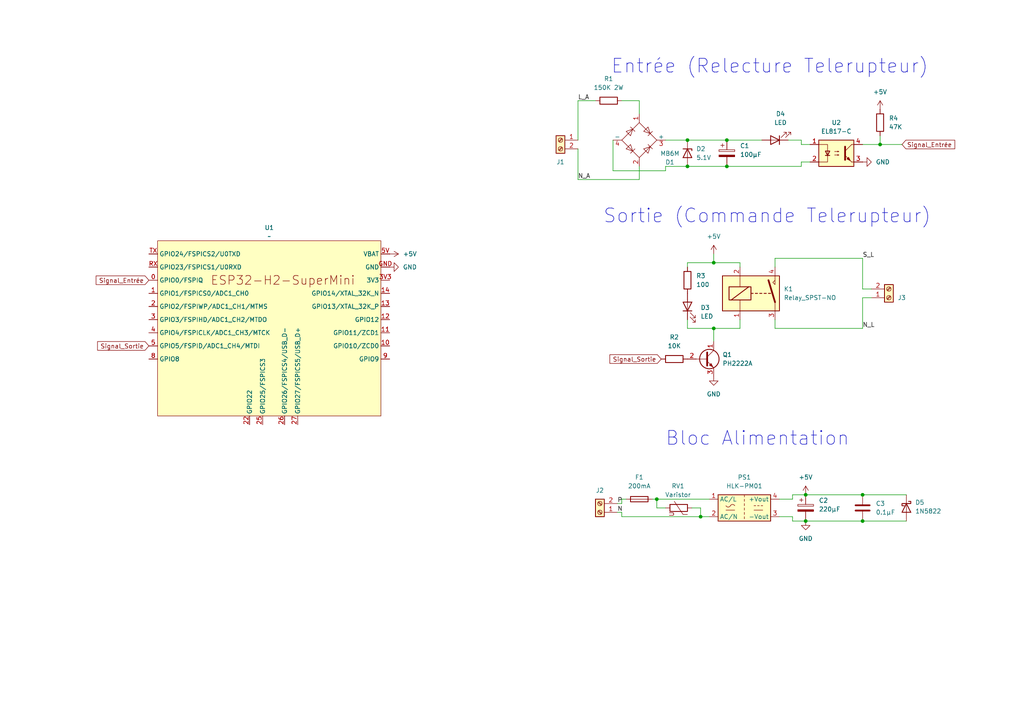
<source format=kicad_sch>
(kicad_sch
	(version 20250114)
	(generator "eeschema")
	(generator_version "9.0")
	(uuid "31f970ea-6e28-4535-a15c-1e7f7b36da95")
	(paper "A4")
	(lib_symbols
		(symbol "Connector:Screw_Terminal_01x02"
			(pin_names
				(offset 1.016)
				(hide yes)
			)
			(exclude_from_sim no)
			(in_bom yes)
			(on_board yes)
			(property "Reference" "J"
				(at 0 2.54 0)
				(effects
					(font
						(size 1.27 1.27)
					)
				)
			)
			(property "Value" "Screw_Terminal_01x02"
				(at 0 -5.08 0)
				(effects
					(font
						(size 1.27 1.27)
					)
				)
			)
			(property "Footprint" ""
				(at 0 0 0)
				(effects
					(font
						(size 1.27 1.27)
					)
					(hide yes)
				)
			)
			(property "Datasheet" "~"
				(at 0 0 0)
				(effects
					(font
						(size 1.27 1.27)
					)
					(hide yes)
				)
			)
			(property "Description" "Generic screw terminal, single row, 01x02, script generated (kicad-library-utils/schlib/autogen/connector/)"
				(at 0 0 0)
				(effects
					(font
						(size 1.27 1.27)
					)
					(hide yes)
				)
			)
			(property "ki_keywords" "screw terminal"
				(at 0 0 0)
				(effects
					(font
						(size 1.27 1.27)
					)
					(hide yes)
				)
			)
			(property "ki_fp_filters" "TerminalBlock*:*"
				(at 0 0 0)
				(effects
					(font
						(size 1.27 1.27)
					)
					(hide yes)
				)
			)
			(symbol "Screw_Terminal_01x02_1_1"
				(rectangle
					(start -1.27 1.27)
					(end 1.27 -3.81)
					(stroke
						(width 0.254)
						(type default)
					)
					(fill
						(type background)
					)
				)
				(polyline
					(pts
						(xy -0.5334 0.3302) (xy 0.3302 -0.508)
					)
					(stroke
						(width 0.1524)
						(type default)
					)
					(fill
						(type none)
					)
				)
				(polyline
					(pts
						(xy -0.5334 -2.2098) (xy 0.3302 -3.048)
					)
					(stroke
						(width 0.1524)
						(type default)
					)
					(fill
						(type none)
					)
				)
				(polyline
					(pts
						(xy -0.3556 0.508) (xy 0.508 -0.3302)
					)
					(stroke
						(width 0.1524)
						(type default)
					)
					(fill
						(type none)
					)
				)
				(polyline
					(pts
						(xy -0.3556 -2.032) (xy 0.508 -2.8702)
					)
					(stroke
						(width 0.1524)
						(type default)
					)
					(fill
						(type none)
					)
				)
				(circle
					(center 0 0)
					(radius 0.635)
					(stroke
						(width 0.1524)
						(type default)
					)
					(fill
						(type none)
					)
				)
				(circle
					(center 0 -2.54)
					(radius 0.635)
					(stroke
						(width 0.1524)
						(type default)
					)
					(fill
						(type none)
					)
				)
				(pin passive line
					(at -5.08 0 0)
					(length 3.81)
					(name "Pin_1"
						(effects
							(font
								(size 1.27 1.27)
							)
						)
					)
					(number "1"
						(effects
							(font
								(size 1.27 1.27)
							)
						)
					)
				)
				(pin passive line
					(at -5.08 -2.54 0)
					(length 3.81)
					(name "Pin_2"
						(effects
							(font
								(size 1.27 1.27)
							)
						)
					)
					(number "2"
						(effects
							(font
								(size 1.27 1.27)
							)
						)
					)
				)
			)
			(embedded_fonts no)
		)
		(symbol "Converter_ACDC:HLK-PM01"
			(exclude_from_sim no)
			(in_bom yes)
			(on_board yes)
			(property "Reference" "PS"
				(at 0 5.08 0)
				(effects
					(font
						(size 1.27 1.27)
					)
				)
			)
			(property "Value" "HLK-PM01"
				(at 0 -5.08 0)
				(effects
					(font
						(size 1.27 1.27)
					)
				)
			)
			(property "Footprint" "Converter_ACDC:Converter_ACDC_Hi-Link_HLK-PMxx"
				(at 0 -7.62 0)
				(effects
					(font
						(size 1.27 1.27)
					)
					(hide yes)
				)
			)
			(property "Datasheet" "https://h.hlktech.com/download/ACDC%E7%94%B5%E6%BA%90%E6%A8%A1%E5%9D%973W%E7%B3%BB%E5%88%97/1/%E6%B5%B7%E5%87%8C%E7%A7%913W%E7%B3%BB%E5%88%97%E7%94%B5%E6%BA%90%E6%A8%A1%E5%9D%97%E8%A7%84%E6%A0%BC%E4%B9%A6V2.8.pdf"
				(at 10.16 -8.89 0)
				(effects
					(font
						(size 1.27 1.27)
					)
					(hide yes)
				)
			)
			(property "Description" "Compact AC/DC board mount power module 3W 5V"
				(at 0 0 0)
				(effects
					(font
						(size 1.27 1.27)
					)
					(hide yes)
				)
			)
			(property "ki_keywords" "AC/DC module power supply"
				(at 0 0 0)
				(effects
					(font
						(size 1.27 1.27)
					)
					(hide yes)
				)
			)
			(property "ki_fp_filters" "Converter*ACDC*Hi?Link*HLK?PM*"
				(at 0 0 0)
				(effects
					(font
						(size 1.27 1.27)
					)
					(hide yes)
				)
			)
			(symbol "HLK-PM01_0_1"
				(rectangle
					(start -7.62 3.81)
					(end 7.62 -3.81)
					(stroke
						(width 0.254)
						(type default)
					)
					(fill
						(type background)
					)
				)
				(polyline
					(pts
						(xy -5.334 -0.635) (xy -2.794 -0.635)
					)
					(stroke
						(width 0)
						(type default)
					)
					(fill
						(type none)
					)
				)
				(arc
					(start -4.064 0.635)
					(mid -4.699 0.2495)
					(end -5.334 0.635)
					(stroke
						(width 0)
						(type default)
					)
					(fill
						(type none)
					)
				)
				(arc
					(start -4.064 0.635)
					(mid -3.429 1.0072)
					(end -2.794 0.635)
					(stroke
						(width 0)
						(type default)
					)
					(fill
						(type none)
					)
				)
				(polyline
					(pts
						(xy 0 3.81) (xy 0 3.175)
					)
					(stroke
						(width 0)
						(type default)
					)
					(fill
						(type none)
					)
				)
				(polyline
					(pts
						(xy 0 2.54) (xy 0 1.905)
					)
					(stroke
						(width 0)
						(type default)
					)
					(fill
						(type none)
					)
				)
				(polyline
					(pts
						(xy 0 1.27) (xy 0 0.635)
					)
					(stroke
						(width 0)
						(type default)
					)
					(fill
						(type none)
					)
				)
				(polyline
					(pts
						(xy 0 0) (xy 0 -0.635)
					)
					(stroke
						(width 0)
						(type default)
					)
					(fill
						(type none)
					)
				)
				(polyline
					(pts
						(xy 0 -1.27) (xy 0 -1.905)
					)
					(stroke
						(width 0)
						(type default)
					)
					(fill
						(type none)
					)
				)
				(polyline
					(pts
						(xy 0 -2.54) (xy 0 -3.175)
					)
					(stroke
						(width 0)
						(type default)
					)
					(fill
						(type none)
					)
				)
				(polyline
					(pts
						(xy 2.794 0.635) (xy 3.302 0.635)
					)
					(stroke
						(width 0)
						(type default)
					)
					(fill
						(type none)
					)
				)
				(polyline
					(pts
						(xy 2.794 -0.635) (xy 5.334 -0.635)
					)
					(stroke
						(width 0)
						(type default)
					)
					(fill
						(type none)
					)
				)
				(polyline
					(pts
						(xy 3.81 0.635) (xy 4.318 0.635)
					)
					(stroke
						(width 0)
						(type default)
					)
					(fill
						(type none)
					)
				)
				(polyline
					(pts
						(xy 4.826 0.635) (xy 5.334 0.635)
					)
					(stroke
						(width 0)
						(type default)
					)
					(fill
						(type none)
					)
				)
			)
			(symbol "HLK-PM01_1_1"
				(pin power_in line
					(at -10.16 2.54 0)
					(length 2.54)
					(name "AC/L"
						(effects
							(font
								(size 1.27 1.27)
							)
						)
					)
					(number "1"
						(effects
							(font
								(size 1.27 1.27)
							)
						)
					)
				)
				(pin power_in line
					(at -10.16 -2.54 0)
					(length 2.54)
					(name "AC/N"
						(effects
							(font
								(size 1.27 1.27)
							)
						)
					)
					(number "2"
						(effects
							(font
								(size 1.27 1.27)
							)
						)
					)
				)
				(pin power_out line
					(at 10.16 2.54 180)
					(length 2.54)
					(name "+Vout"
						(effects
							(font
								(size 1.27 1.27)
							)
						)
					)
					(number "4"
						(effects
							(font
								(size 1.27 1.27)
							)
						)
					)
				)
				(pin power_out line
					(at 10.16 -2.54 180)
					(length 2.54)
					(name "-Vout"
						(effects
							(font
								(size 1.27 1.27)
							)
						)
					)
					(number "3"
						(effects
							(font
								(size 1.27 1.27)
							)
						)
					)
				)
			)
			(embedded_fonts no)
		)
		(symbol "Device:C"
			(pin_numbers
				(hide yes)
			)
			(pin_names
				(offset 0.254)
			)
			(exclude_from_sim no)
			(in_bom yes)
			(on_board yes)
			(property "Reference" "C"
				(at 0.635 2.54 0)
				(effects
					(font
						(size 1.27 1.27)
					)
					(justify left)
				)
			)
			(property "Value" "C"
				(at 0.635 -2.54 0)
				(effects
					(font
						(size 1.27 1.27)
					)
					(justify left)
				)
			)
			(property "Footprint" ""
				(at 0.9652 -3.81 0)
				(effects
					(font
						(size 1.27 1.27)
					)
					(hide yes)
				)
			)
			(property "Datasheet" "~"
				(at 0 0 0)
				(effects
					(font
						(size 1.27 1.27)
					)
					(hide yes)
				)
			)
			(property "Description" "Unpolarized capacitor"
				(at 0 0 0)
				(effects
					(font
						(size 1.27 1.27)
					)
					(hide yes)
				)
			)
			(property "ki_keywords" "cap capacitor"
				(at 0 0 0)
				(effects
					(font
						(size 1.27 1.27)
					)
					(hide yes)
				)
			)
			(property "ki_fp_filters" "C_*"
				(at 0 0 0)
				(effects
					(font
						(size 1.27 1.27)
					)
					(hide yes)
				)
			)
			(symbol "C_0_1"
				(polyline
					(pts
						(xy -2.032 0.762) (xy 2.032 0.762)
					)
					(stroke
						(width 0.508)
						(type default)
					)
					(fill
						(type none)
					)
				)
				(polyline
					(pts
						(xy -2.032 -0.762) (xy 2.032 -0.762)
					)
					(stroke
						(width 0.508)
						(type default)
					)
					(fill
						(type none)
					)
				)
			)
			(symbol "C_1_1"
				(pin passive line
					(at 0 3.81 270)
					(length 2.794)
					(name "~"
						(effects
							(font
								(size 1.27 1.27)
							)
						)
					)
					(number "1"
						(effects
							(font
								(size 1.27 1.27)
							)
						)
					)
				)
				(pin passive line
					(at 0 -3.81 90)
					(length 2.794)
					(name "~"
						(effects
							(font
								(size 1.27 1.27)
							)
						)
					)
					(number "2"
						(effects
							(font
								(size 1.27 1.27)
							)
						)
					)
				)
			)
			(embedded_fonts no)
		)
		(symbol "Device:C_Polarized"
			(pin_numbers
				(hide yes)
			)
			(pin_names
				(offset 0.254)
			)
			(exclude_from_sim no)
			(in_bom yes)
			(on_board yes)
			(property "Reference" "C"
				(at 0.635 2.54 0)
				(effects
					(font
						(size 1.27 1.27)
					)
					(justify left)
				)
			)
			(property "Value" "C_Polarized"
				(at 0.635 -2.54 0)
				(effects
					(font
						(size 1.27 1.27)
					)
					(justify left)
				)
			)
			(property "Footprint" ""
				(at 0.9652 -3.81 0)
				(effects
					(font
						(size 1.27 1.27)
					)
					(hide yes)
				)
			)
			(property "Datasheet" "~"
				(at 0 0 0)
				(effects
					(font
						(size 1.27 1.27)
					)
					(hide yes)
				)
			)
			(property "Description" "Polarized capacitor"
				(at 0 0 0)
				(effects
					(font
						(size 1.27 1.27)
					)
					(hide yes)
				)
			)
			(property "ki_keywords" "cap capacitor"
				(at 0 0 0)
				(effects
					(font
						(size 1.27 1.27)
					)
					(hide yes)
				)
			)
			(property "ki_fp_filters" "CP_*"
				(at 0 0 0)
				(effects
					(font
						(size 1.27 1.27)
					)
					(hide yes)
				)
			)
			(symbol "C_Polarized_0_1"
				(rectangle
					(start -2.286 0.508)
					(end 2.286 1.016)
					(stroke
						(width 0)
						(type default)
					)
					(fill
						(type none)
					)
				)
				(polyline
					(pts
						(xy -1.778 2.286) (xy -0.762 2.286)
					)
					(stroke
						(width 0)
						(type default)
					)
					(fill
						(type none)
					)
				)
				(polyline
					(pts
						(xy -1.27 2.794) (xy -1.27 1.778)
					)
					(stroke
						(width 0)
						(type default)
					)
					(fill
						(type none)
					)
				)
				(rectangle
					(start 2.286 -0.508)
					(end -2.286 -1.016)
					(stroke
						(width 0)
						(type default)
					)
					(fill
						(type outline)
					)
				)
			)
			(symbol "C_Polarized_1_1"
				(pin passive line
					(at 0 3.81 270)
					(length 2.794)
					(name "~"
						(effects
							(font
								(size 1.27 1.27)
							)
						)
					)
					(number "1"
						(effects
							(font
								(size 1.27 1.27)
							)
						)
					)
				)
				(pin passive line
					(at 0 -3.81 90)
					(length 2.794)
					(name "~"
						(effects
							(font
								(size 1.27 1.27)
							)
						)
					)
					(number "2"
						(effects
							(font
								(size 1.27 1.27)
							)
						)
					)
				)
			)
			(embedded_fonts no)
		)
		(symbol "Device:D_Zener"
			(pin_numbers
				(hide yes)
			)
			(pin_names
				(offset 1.016)
				(hide yes)
			)
			(exclude_from_sim no)
			(in_bom yes)
			(on_board yes)
			(property "Reference" "D"
				(at 0 2.54 0)
				(effects
					(font
						(size 1.27 1.27)
					)
				)
			)
			(property "Value" "D_Zener"
				(at 0 -2.54 0)
				(effects
					(font
						(size 1.27 1.27)
					)
				)
			)
			(property "Footprint" ""
				(at 0 0 0)
				(effects
					(font
						(size 1.27 1.27)
					)
					(hide yes)
				)
			)
			(property "Datasheet" "~"
				(at 0 0 0)
				(effects
					(font
						(size 1.27 1.27)
					)
					(hide yes)
				)
			)
			(property "Description" "Zener diode"
				(at 0 0 0)
				(effects
					(font
						(size 1.27 1.27)
					)
					(hide yes)
				)
			)
			(property "ki_keywords" "diode"
				(at 0 0 0)
				(effects
					(font
						(size 1.27 1.27)
					)
					(hide yes)
				)
			)
			(property "ki_fp_filters" "TO-???* *_Diode_* *SingleDiode* D_*"
				(at 0 0 0)
				(effects
					(font
						(size 1.27 1.27)
					)
					(hide yes)
				)
			)
			(symbol "D_Zener_0_1"
				(polyline
					(pts
						(xy -1.27 -1.27) (xy -1.27 1.27) (xy -0.762 1.27)
					)
					(stroke
						(width 0.254)
						(type default)
					)
					(fill
						(type none)
					)
				)
				(polyline
					(pts
						(xy 1.27 0) (xy -1.27 0)
					)
					(stroke
						(width 0)
						(type default)
					)
					(fill
						(type none)
					)
				)
				(polyline
					(pts
						(xy 1.27 -1.27) (xy 1.27 1.27) (xy -1.27 0) (xy 1.27 -1.27)
					)
					(stroke
						(width 0.254)
						(type default)
					)
					(fill
						(type none)
					)
				)
			)
			(symbol "D_Zener_1_1"
				(pin passive line
					(at -3.81 0 0)
					(length 2.54)
					(name "K"
						(effects
							(font
								(size 1.27 1.27)
							)
						)
					)
					(number "1"
						(effects
							(font
								(size 1.27 1.27)
							)
						)
					)
				)
				(pin passive line
					(at 3.81 0 180)
					(length 2.54)
					(name "A"
						(effects
							(font
								(size 1.27 1.27)
							)
						)
					)
					(number "2"
						(effects
							(font
								(size 1.27 1.27)
							)
						)
					)
				)
			)
			(embedded_fonts no)
		)
		(symbol "Device:Fuse"
			(pin_numbers
				(hide yes)
			)
			(pin_names
				(offset 0)
			)
			(exclude_from_sim no)
			(in_bom yes)
			(on_board yes)
			(property "Reference" "F"
				(at 2.032 0 90)
				(effects
					(font
						(size 1.27 1.27)
					)
				)
			)
			(property "Value" "Fuse"
				(at -1.905 0 90)
				(effects
					(font
						(size 1.27 1.27)
					)
				)
			)
			(property "Footprint" ""
				(at -1.778 0 90)
				(effects
					(font
						(size 1.27 1.27)
					)
					(hide yes)
				)
			)
			(property "Datasheet" "~"
				(at 0 0 0)
				(effects
					(font
						(size 1.27 1.27)
					)
					(hide yes)
				)
			)
			(property "Description" "Fuse"
				(at 0 0 0)
				(effects
					(font
						(size 1.27 1.27)
					)
					(hide yes)
				)
			)
			(property "ki_keywords" "fuse"
				(at 0 0 0)
				(effects
					(font
						(size 1.27 1.27)
					)
					(hide yes)
				)
			)
			(property "ki_fp_filters" "*Fuse*"
				(at 0 0 0)
				(effects
					(font
						(size 1.27 1.27)
					)
					(hide yes)
				)
			)
			(symbol "Fuse_0_1"
				(rectangle
					(start -0.762 -2.54)
					(end 0.762 2.54)
					(stroke
						(width 0.254)
						(type default)
					)
					(fill
						(type none)
					)
				)
				(polyline
					(pts
						(xy 0 2.54) (xy 0 -2.54)
					)
					(stroke
						(width 0)
						(type default)
					)
					(fill
						(type none)
					)
				)
			)
			(symbol "Fuse_1_1"
				(pin passive line
					(at 0 3.81 270)
					(length 1.27)
					(name "~"
						(effects
							(font
								(size 1.27 1.27)
							)
						)
					)
					(number "1"
						(effects
							(font
								(size 1.27 1.27)
							)
						)
					)
				)
				(pin passive line
					(at 0 -3.81 90)
					(length 1.27)
					(name "~"
						(effects
							(font
								(size 1.27 1.27)
							)
						)
					)
					(number "2"
						(effects
							(font
								(size 1.27 1.27)
							)
						)
					)
				)
			)
			(embedded_fonts no)
		)
		(symbol "Device:LED"
			(pin_numbers
				(hide yes)
			)
			(pin_names
				(offset 1.016)
				(hide yes)
			)
			(exclude_from_sim no)
			(in_bom yes)
			(on_board yes)
			(property "Reference" "D"
				(at 0 2.54 0)
				(effects
					(font
						(size 1.27 1.27)
					)
				)
			)
			(property "Value" "LED"
				(at 0 -2.54 0)
				(effects
					(font
						(size 1.27 1.27)
					)
				)
			)
			(property "Footprint" ""
				(at 0 0 0)
				(effects
					(font
						(size 1.27 1.27)
					)
					(hide yes)
				)
			)
			(property "Datasheet" "~"
				(at 0 0 0)
				(effects
					(font
						(size 1.27 1.27)
					)
					(hide yes)
				)
			)
			(property "Description" "Light emitting diode"
				(at 0 0 0)
				(effects
					(font
						(size 1.27 1.27)
					)
					(hide yes)
				)
			)
			(property "Sim.Pins" "1=K 2=A"
				(at 0 0 0)
				(effects
					(font
						(size 1.27 1.27)
					)
					(hide yes)
				)
			)
			(property "ki_keywords" "LED diode"
				(at 0 0 0)
				(effects
					(font
						(size 1.27 1.27)
					)
					(hide yes)
				)
			)
			(property "ki_fp_filters" "LED* LED_SMD:* LED_THT:*"
				(at 0 0 0)
				(effects
					(font
						(size 1.27 1.27)
					)
					(hide yes)
				)
			)
			(symbol "LED_0_1"
				(polyline
					(pts
						(xy -3.048 -0.762) (xy -4.572 -2.286) (xy -3.81 -2.286) (xy -4.572 -2.286) (xy -4.572 -1.524)
					)
					(stroke
						(width 0)
						(type default)
					)
					(fill
						(type none)
					)
				)
				(polyline
					(pts
						(xy -1.778 -0.762) (xy -3.302 -2.286) (xy -2.54 -2.286) (xy -3.302 -2.286) (xy -3.302 -1.524)
					)
					(stroke
						(width 0)
						(type default)
					)
					(fill
						(type none)
					)
				)
				(polyline
					(pts
						(xy -1.27 0) (xy 1.27 0)
					)
					(stroke
						(width 0)
						(type default)
					)
					(fill
						(type none)
					)
				)
				(polyline
					(pts
						(xy -1.27 -1.27) (xy -1.27 1.27)
					)
					(stroke
						(width 0.254)
						(type default)
					)
					(fill
						(type none)
					)
				)
				(polyline
					(pts
						(xy 1.27 -1.27) (xy 1.27 1.27) (xy -1.27 0) (xy 1.27 -1.27)
					)
					(stroke
						(width 0.254)
						(type default)
					)
					(fill
						(type none)
					)
				)
			)
			(symbol "LED_1_1"
				(pin passive line
					(at -3.81 0 0)
					(length 2.54)
					(name "K"
						(effects
							(font
								(size 1.27 1.27)
							)
						)
					)
					(number "1"
						(effects
							(font
								(size 1.27 1.27)
							)
						)
					)
				)
				(pin passive line
					(at 3.81 0 180)
					(length 2.54)
					(name "A"
						(effects
							(font
								(size 1.27 1.27)
							)
						)
					)
					(number "2"
						(effects
							(font
								(size 1.27 1.27)
							)
						)
					)
				)
			)
			(embedded_fonts no)
		)
		(symbol "Device:R"
			(pin_numbers
				(hide yes)
			)
			(pin_names
				(offset 0)
			)
			(exclude_from_sim no)
			(in_bom yes)
			(on_board yes)
			(property "Reference" "R"
				(at 2.032 0 90)
				(effects
					(font
						(size 1.27 1.27)
					)
				)
			)
			(property "Value" "R"
				(at 0 0 90)
				(effects
					(font
						(size 1.27 1.27)
					)
				)
			)
			(property "Footprint" ""
				(at -1.778 0 90)
				(effects
					(font
						(size 1.27 1.27)
					)
					(hide yes)
				)
			)
			(property "Datasheet" "~"
				(at 0 0 0)
				(effects
					(font
						(size 1.27 1.27)
					)
					(hide yes)
				)
			)
			(property "Description" "Resistor"
				(at 0 0 0)
				(effects
					(font
						(size 1.27 1.27)
					)
					(hide yes)
				)
			)
			(property "ki_keywords" "R res resistor"
				(at 0 0 0)
				(effects
					(font
						(size 1.27 1.27)
					)
					(hide yes)
				)
			)
			(property "ki_fp_filters" "R_*"
				(at 0 0 0)
				(effects
					(font
						(size 1.27 1.27)
					)
					(hide yes)
				)
			)
			(symbol "R_0_1"
				(rectangle
					(start -1.016 -2.54)
					(end 1.016 2.54)
					(stroke
						(width 0.254)
						(type default)
					)
					(fill
						(type none)
					)
				)
			)
			(symbol "R_1_1"
				(pin passive line
					(at 0 3.81 270)
					(length 1.27)
					(name "~"
						(effects
							(font
								(size 1.27 1.27)
							)
						)
					)
					(number "1"
						(effects
							(font
								(size 1.27 1.27)
							)
						)
					)
				)
				(pin passive line
					(at 0 -3.81 90)
					(length 1.27)
					(name "~"
						(effects
							(font
								(size 1.27 1.27)
							)
						)
					)
					(number "2"
						(effects
							(font
								(size 1.27 1.27)
							)
						)
					)
				)
			)
			(embedded_fonts no)
		)
		(symbol "Device:Varistor"
			(pin_numbers
				(hide yes)
			)
			(pin_names
				(offset 0)
			)
			(exclude_from_sim no)
			(in_bom yes)
			(on_board yes)
			(property "Reference" "RV"
				(at 3.175 0 90)
				(effects
					(font
						(size 1.27 1.27)
					)
				)
			)
			(property "Value" "Varistor"
				(at -3.175 0 90)
				(effects
					(font
						(size 1.27 1.27)
					)
				)
			)
			(property "Footprint" ""
				(at -1.778 0 90)
				(effects
					(font
						(size 1.27 1.27)
					)
					(hide yes)
				)
			)
			(property "Datasheet" "~"
				(at 0 0 0)
				(effects
					(font
						(size 1.27 1.27)
					)
					(hide yes)
				)
			)
			(property "Description" "Voltage dependent resistor"
				(at 0 0 0)
				(effects
					(font
						(size 1.27 1.27)
					)
					(hide yes)
				)
			)
			(property "Sim.Name" "kicad_builtin_varistor"
				(at 0 0 0)
				(effects
					(font
						(size 1.27 1.27)
					)
					(hide yes)
				)
			)
			(property "Sim.Device" "SUBCKT"
				(at 0 0 0)
				(effects
					(font
						(size 1.27 1.27)
					)
					(hide yes)
				)
			)
			(property "Sim.Pins" "1=A 2=B"
				(at 0 0 0)
				(effects
					(font
						(size 1.27 1.27)
					)
					(hide yes)
				)
			)
			(property "Sim.Params" "threshold=1k"
				(at 0 0 0)
				(effects
					(font
						(size 1.27 1.27)
					)
					(hide yes)
				)
			)
			(property "Sim.Library" "${KICAD7_SYMBOL_DIR}/Simulation_SPICE.sp"
				(at 0 0 0)
				(effects
					(font
						(size 1.27 1.27)
					)
					(hide yes)
				)
			)
			(property "ki_keywords" "VDR resistance"
				(at 0 0 0)
				(effects
					(font
						(size 1.27 1.27)
					)
					(hide yes)
				)
			)
			(property "ki_fp_filters" "RV_* Varistor*"
				(at 0 0 0)
				(effects
					(font
						(size 1.27 1.27)
					)
					(hide yes)
				)
			)
			(symbol "Varistor_0_0"
				(text "U"
					(at -1.778 -2.032 0)
					(effects
						(font
							(size 1.27 1.27)
						)
					)
				)
			)
			(symbol "Varistor_0_1"
				(polyline
					(pts
						(xy -1.905 2.54) (xy -1.905 1.27) (xy 1.905 -1.27)
					)
					(stroke
						(width 0)
						(type default)
					)
					(fill
						(type none)
					)
				)
				(rectangle
					(start -1.016 -2.54)
					(end 1.016 2.54)
					(stroke
						(width 0.254)
						(type default)
					)
					(fill
						(type none)
					)
				)
			)
			(symbol "Varistor_1_1"
				(pin passive line
					(at 0 3.81 270)
					(length 1.27)
					(name "~"
						(effects
							(font
								(size 1.27 1.27)
							)
						)
					)
					(number "1"
						(effects
							(font
								(size 1.27 1.27)
							)
						)
					)
				)
				(pin passive line
					(at 0 -3.81 90)
					(length 1.27)
					(name "~"
						(effects
							(font
								(size 1.27 1.27)
							)
						)
					)
					(number "2"
						(effects
							(font
								(size 1.27 1.27)
							)
						)
					)
				)
			)
			(embedded_fonts no)
		)
		(symbol "Diode:1N5822"
			(pin_numbers
				(hide yes)
			)
			(pin_names
				(offset 1.016)
				(hide yes)
			)
			(exclude_from_sim no)
			(in_bom yes)
			(on_board yes)
			(property "Reference" "D"
				(at 0 2.54 0)
				(effects
					(font
						(size 1.27 1.27)
					)
				)
			)
			(property "Value" "1N5822"
				(at 0 -2.54 0)
				(effects
					(font
						(size 1.27 1.27)
					)
				)
			)
			(property "Footprint" "Diode_THT:D_DO-201AD_P15.24mm_Horizontal"
				(at 0 -4.445 0)
				(effects
					(font
						(size 1.27 1.27)
					)
					(hide yes)
				)
			)
			(property "Datasheet" "http://www.vishay.com/docs/88526/1n5820.pdf"
				(at 0 0 0)
				(effects
					(font
						(size 1.27 1.27)
					)
					(hide yes)
				)
			)
			(property "Description" "40V 3A Schottky Barrier Rectifier Diode, DO-201AD"
				(at 0 0 0)
				(effects
					(font
						(size 1.27 1.27)
					)
					(hide yes)
				)
			)
			(property "ki_keywords" "diode Schottky"
				(at 0 0 0)
				(effects
					(font
						(size 1.27 1.27)
					)
					(hide yes)
				)
			)
			(property "ki_fp_filters" "D*DO?201AD*"
				(at 0 0 0)
				(effects
					(font
						(size 1.27 1.27)
					)
					(hide yes)
				)
			)
			(symbol "1N5822_0_1"
				(polyline
					(pts
						(xy -1.905 0.635) (xy -1.905 1.27) (xy -1.27 1.27) (xy -1.27 -1.27) (xy -0.635 -1.27) (xy -0.635 -0.635)
					)
					(stroke
						(width 0.254)
						(type default)
					)
					(fill
						(type none)
					)
				)
				(polyline
					(pts
						(xy 1.27 1.27) (xy 1.27 -1.27) (xy -1.27 0) (xy 1.27 1.27)
					)
					(stroke
						(width 0.254)
						(type default)
					)
					(fill
						(type none)
					)
				)
				(polyline
					(pts
						(xy 1.27 0) (xy -1.27 0)
					)
					(stroke
						(width 0)
						(type default)
					)
					(fill
						(type none)
					)
				)
			)
			(symbol "1N5822_1_1"
				(pin passive line
					(at -3.81 0 0)
					(length 2.54)
					(name "K"
						(effects
							(font
								(size 1.27 1.27)
							)
						)
					)
					(number "1"
						(effects
							(font
								(size 1.27 1.27)
							)
						)
					)
				)
				(pin passive line
					(at 3.81 0 180)
					(length 2.54)
					(name "A"
						(effects
							(font
								(size 1.27 1.27)
							)
						)
					)
					(number "2"
						(effects
							(font
								(size 1.27 1.27)
							)
						)
					)
				)
			)
			(embedded_fonts no)
		)
		(symbol "Diode_Bridge:MB6S"
			(pin_names
				(offset 0)
			)
			(exclude_from_sim no)
			(in_bom yes)
			(on_board yes)
			(property "Reference" "D"
				(at 2.54 6.985 0)
				(effects
					(font
						(size 1.27 1.27)
					)
					(justify left)
				)
			)
			(property "Value" "MB6S"
				(at 2.54 5.08 0)
				(effects
					(font
						(size 1.27 1.27)
					)
					(justify left)
				)
			)
			(property "Footprint" "Package_TO_SOT_SMD:TO-269AA"
				(at 3.81 3.175 0)
				(effects
					(font
						(size 1.27 1.27)
					)
					(justify left)
					(hide yes)
				)
			)
			(property "Datasheet" "http://www.vishay.com/docs/88573/dfs.pdf"
				(at 0 0 0)
				(effects
					(font
						(size 1.27 1.27)
					)
					(hide yes)
				)
			)
			(property "Description" "Miniature Glass Passivated Single-Phase Surface Mount Bridge Rectifiers, 700V Vrms, 1.0A If, DFS SMD package"
				(at 0 0 0)
				(effects
					(font
						(size 1.27 1.27)
					)
					(hide yes)
				)
			)
			(property "ki_keywords" "rectifier acdc"
				(at 0 0 0)
				(effects
					(font
						(size 1.27 1.27)
					)
					(hide yes)
				)
			)
			(property "ki_fp_filters" "TO?269AA*"
				(at 0 0 0)
				(effects
					(font
						(size 1.27 1.27)
					)
					(hide yes)
				)
			)
			(symbol "MB6S_0_1"
				(polyline
					(pts
						(xy -5.08 0) (xy 0 -5.08) (xy 5.08 0) (xy 0 5.08) (xy -5.08 0)
					)
					(stroke
						(width 0)
						(type default)
					)
					(fill
						(type none)
					)
				)
				(polyline
					(pts
						(xy -3.81 2.54) (xy -2.54 1.27) (xy -1.905 3.175) (xy -3.81 2.54)
					)
					(stroke
						(width 0)
						(type default)
					)
					(fill
						(type none)
					)
				)
				(polyline
					(pts
						(xy -2.54 3.81) (xy -1.27 2.54)
					)
					(stroke
						(width 0)
						(type default)
					)
					(fill
						(type none)
					)
				)
				(polyline
					(pts
						(xy -2.54 -1.27) (xy -3.81 -2.54) (xy -1.905 -3.175) (xy -2.54 -1.27)
					)
					(stroke
						(width 0)
						(type default)
					)
					(fill
						(type none)
					)
				)
				(polyline
					(pts
						(xy -1.27 -2.54) (xy -2.54 -3.81)
					)
					(stroke
						(width 0)
						(type default)
					)
					(fill
						(type none)
					)
				)
				(polyline
					(pts
						(xy 1.27 2.54) (xy 2.54 3.81) (xy 3.175 1.905) (xy 1.27 2.54)
					)
					(stroke
						(width 0)
						(type default)
					)
					(fill
						(type none)
					)
				)
				(polyline
					(pts
						(xy 2.54 1.27) (xy 3.81 2.54)
					)
					(stroke
						(width 0)
						(type default)
					)
					(fill
						(type none)
					)
				)
				(polyline
					(pts
						(xy 2.54 -1.27) (xy 3.81 -2.54)
					)
					(stroke
						(width 0)
						(type default)
					)
					(fill
						(type none)
					)
				)
				(polyline
					(pts
						(xy 3.175 -1.905) (xy 1.27 -2.54) (xy 2.54 -3.81) (xy 3.175 -1.905)
					)
					(stroke
						(width 0)
						(type default)
					)
					(fill
						(type none)
					)
				)
			)
			(symbol "MB6S_1_1"
				(pin passive line
					(at -7.62 0 0)
					(length 2.54)
					(name "-"
						(effects
							(font
								(size 1.27 1.27)
							)
						)
					)
					(number "4"
						(effects
							(font
								(size 1.27 1.27)
							)
						)
					)
				)
				(pin passive line
					(at 0 7.62 270)
					(length 2.54)
					(name "~"
						(effects
							(font
								(size 1.27 1.27)
							)
						)
					)
					(number "2"
						(effects
							(font
								(size 1.27 1.27)
							)
						)
					)
				)
				(pin passive line
					(at 0 -7.62 90)
					(length 2.54)
					(name "~"
						(effects
							(font
								(size 1.27 1.27)
							)
						)
					)
					(number "1"
						(effects
							(font
								(size 1.27 1.27)
							)
						)
					)
				)
				(pin passive line
					(at 7.62 0 180)
					(length 2.54)
					(name "+"
						(effects
							(font
								(size 1.27 1.27)
							)
						)
					)
					(number "3"
						(effects
							(font
								(size 1.27 1.27)
							)
						)
					)
				)
			)
			(embedded_fonts no)
		)
		(symbol "Espressif:ESP32-H2-SuperMini"
			(exclude_from_sim no)
			(in_bom yes)
			(on_board yes)
			(property "Reference" "U"
				(at -5.588 20.828 0)
				(effects
					(font
						(size 1.27 1.27)
					)
				)
			)
			(property "Value" ""
				(at 0 0 0)
				(effects
					(font
						(size 1.27 1.27)
					)
				)
			)
			(property "Footprint" ""
				(at 0 0 0)
				(effects
					(font
						(size 1.27 1.27)
					)
					(hide yes)
				)
			)
			(property "Datasheet" ""
				(at 0 0 0)
				(effects
					(font
						(size 1.27 1.27)
					)
					(hide yes)
				)
			)
			(property "Description" ""
				(at 0 0 0)
				(effects
					(font
						(size 1.27 1.27)
					)
					(hide yes)
				)
			)
			(symbol "ESP32-H2-SuperMini_0_1"
				(rectangle
					(start -33.02 25.4)
					(end 31.75 -25.4)
					(stroke
						(width 0)
						(type default)
					)
					(fill
						(type background)
					)
				)
			)
			(symbol "ESP32-H2-SuperMini_1_0"
				(text "ESP32-H2-SuperMini"
					(at 3.302 13.97 0)
					(effects
						(font
							(size 2.54 2.54)
						)
					)
				)
				(pin bidirectional line
					(at -35.56 13.97 0)
					(length 2.54)
					(name "GPIO0/FSPIQ"
						(effects
							(font
								(size 1.27 1.27)
							)
						)
					)
					(number "0"
						(effects
							(font
								(size 1.27 1.27)
							)
						)
					)
				)
				(pin bidirectional line
					(at -35.56 10.16 0)
					(length 2.54)
					(name "GPIO1/FSPICS0/ADC1_CH0"
						(effects
							(font
								(size 1.27 1.27)
							)
						)
					)
					(number "1"
						(effects
							(font
								(size 1.27 1.27)
							)
						)
					)
				)
				(pin bidirectional line
					(at -6.35 -27.94 90)
					(length 2.54)
					(name "GPIO22"
						(effects
							(font
								(size 1.27 1.27)
							)
						)
					)
					(number "22"
						(effects
							(font
								(size 1.27 1.27)
							)
						)
					)
				)
				(pin bidirectional line
					(at -2.54 -27.94 90)
					(length 2.54)
					(name "GPIO25/FSPICS3"
						(effects
							(font
								(size 1.27 1.27)
							)
						)
					)
					(number "25"
						(effects
							(font
								(size 1.27 1.27)
							)
						)
					)
				)
			)
			(symbol "ESP32-H2-SuperMini_1_1"
				(pin bidirectional line
					(at -35.56 21.59 0)
					(length 2.54)
					(name "GPIO24/FSPICS2/U0TXD"
						(effects
							(font
								(size 1.27 1.27)
							)
						)
					)
					(number "TX"
						(effects
							(font
								(size 1.27 1.27)
							)
						)
					)
				)
				(pin bidirectional line
					(at -35.56 17.78 0)
					(length 2.54)
					(name "GPIO23/FSPICS1/U0RXD"
						(effects
							(font
								(size 1.27 1.27)
							)
						)
					)
					(number "RX"
						(effects
							(font
								(size 1.27 1.27)
							)
						)
					)
				)
				(pin bidirectional line
					(at -35.56 6.35 0)
					(length 2.54)
					(name "GPIO2/FSPIWP/ADC1_CH1/MTMS"
						(effects
							(font
								(size 1.27 1.27)
							)
						)
					)
					(number "2"
						(effects
							(font
								(size 1.27 1.27)
							)
						)
					)
				)
				(pin bidirectional line
					(at -35.56 2.54 0)
					(length 2.54)
					(name "GPIO3/FSPIHD/ADC1_CH2/MTDO"
						(effects
							(font
								(size 1.27 1.27)
							)
						)
					)
					(number "3"
						(effects
							(font
								(size 1.27 1.27)
							)
						)
					)
				)
				(pin bidirectional line
					(at -35.56 -1.27 0)
					(length 2.54)
					(name "GPIO4/FSPICLK/ADC1_CH3/MTCK"
						(effects
							(font
								(size 1.27 1.27)
							)
						)
					)
					(number "4"
						(effects
							(font
								(size 1.27 1.27)
							)
						)
					)
				)
				(pin bidirectional line
					(at -35.56 -5.08 0)
					(length 2.54)
					(name "GPIO5/FSPID/ADC1_CH4/MTDI"
						(effects
							(font
								(size 1.27 1.27)
							)
						)
					)
					(number "5"
						(effects
							(font
								(size 1.27 1.27)
							)
						)
					)
				)
				(pin bidirectional line
					(at -35.56 -8.89 0)
					(length 2.54)
					(name "GPIO8"
						(effects
							(font
								(size 1.27 1.27)
							)
						)
					)
					(number "8"
						(effects
							(font
								(size 1.27 1.27)
							)
						)
					)
				)
				(pin bidirectional line
					(at 3.81 -27.94 90)
					(length 2.54)
					(name "GPIO26/FSPICS4/USB_D-"
						(effects
							(font
								(size 1.27 1.27)
							)
						)
					)
					(number "26"
						(effects
							(font
								(size 1.27 1.27)
							)
						)
					)
				)
				(pin bidirectional line
					(at 7.62 -27.94 90)
					(length 2.54)
					(name "GPIO27/FSPICS5/USB_D+"
						(effects
							(font
								(size 1.27 1.27)
							)
						)
					)
					(number "27"
						(effects
							(font
								(size 1.27 1.27)
							)
						)
					)
				)
				(pin input line
					(at 34.29 21.59 180)
					(length 2.54)
					(name "VBAT"
						(effects
							(font
								(size 1.27 1.27)
							)
						)
					)
					(number "5V"
						(effects
							(font
								(size 1.27 1.27)
							)
						)
					)
				)
				(pin power_in line
					(at 34.29 17.78 180)
					(length 2.54)
					(name "GND"
						(effects
							(font
								(size 1.27 1.27)
							)
						)
					)
					(number "GND"
						(effects
							(font
								(size 1.27 1.27)
							)
						)
					)
				)
				(pin power_in line
					(at 34.29 13.97 180)
					(length 2.54)
					(name "3V3"
						(effects
							(font
								(size 1.27 1.27)
							)
						)
					)
					(number "3V3"
						(effects
							(font
								(size 1.27 1.27)
							)
						)
					)
				)
				(pin bidirectional line
					(at 34.29 10.16 180)
					(length 2.54)
					(name "GPIO14/XTAL_32K_N"
						(effects
							(font
								(size 1.27 1.27)
							)
						)
					)
					(number "14"
						(effects
							(font
								(size 1.27 1.27)
							)
						)
					)
				)
				(pin bidirectional line
					(at 34.29 6.35 180)
					(length 2.54)
					(name "GPIO13/XTAL_32K_P"
						(effects
							(font
								(size 1.27 1.27)
							)
						)
					)
					(number "13"
						(effects
							(font
								(size 1.27 1.27)
							)
						)
					)
				)
				(pin bidirectional line
					(at 34.29 2.54 180)
					(length 2.54)
					(name "GPIO12"
						(effects
							(font
								(size 1.27 1.27)
							)
						)
					)
					(number "12"
						(effects
							(font
								(size 1.27 1.27)
							)
						)
					)
				)
				(pin bidirectional line
					(at 34.29 -1.27 180)
					(length 2.54)
					(name "GPIO11/ZCD1"
						(effects
							(font
								(size 1.27 1.27)
							)
						)
					)
					(number "11"
						(effects
							(font
								(size 1.27 1.27)
							)
						)
					)
				)
				(pin bidirectional line
					(at 34.29 -5.08 180)
					(length 2.54)
					(name "GPIO10/ZCD0"
						(effects
							(font
								(size 1.27 1.27)
							)
						)
					)
					(number "10"
						(effects
							(font
								(size 1.27 1.27)
							)
						)
					)
				)
				(pin bidirectional line
					(at 34.29 -8.89 180)
					(length 2.54)
					(name "GPIO9"
						(effects
							(font
								(size 1.27 1.27)
							)
						)
					)
					(number "9"
						(effects
							(font
								(size 1.27 1.27)
							)
						)
					)
				)
			)
			(embedded_fonts no)
		)
		(symbol "Isolator:EL817"
			(pin_names
				(offset 1.016)
			)
			(exclude_from_sim no)
			(in_bom yes)
			(on_board yes)
			(property "Reference" "U"
				(at -5.08 5.08 0)
				(effects
					(font
						(size 1.27 1.27)
					)
					(justify left)
				)
			)
			(property "Value" "EL817"
				(at 0 5.08 0)
				(effects
					(font
						(size 1.27 1.27)
					)
					(justify left)
				)
			)
			(property "Footprint" "Package_DIP:DIP-4_W7.62mm"
				(at -5.08 -5.08 0)
				(effects
					(font
						(size 1.27 1.27)
						(italic yes)
					)
					(justify left)
					(hide yes)
				)
			)
			(property "Datasheet" "http://www.everlight.com/file/ProductFile/EL817.pdf"
				(at 0 0 0)
				(effects
					(font
						(size 1.27 1.27)
					)
					(justify left)
					(hide yes)
				)
			)
			(property "Description" "DC Optocoupler, Vce 35V, DIP-4"
				(at 0 0 0)
				(effects
					(font
						(size 1.27 1.27)
					)
					(hide yes)
				)
			)
			(property "ki_keywords" "NPN DC Optocoupler"
				(at 0 0 0)
				(effects
					(font
						(size 1.27 1.27)
					)
					(hide yes)
				)
			)
			(property "ki_fp_filters" "DIP*W7.62mm*"
				(at 0 0 0)
				(effects
					(font
						(size 1.27 1.27)
					)
					(hide yes)
				)
			)
			(symbol "EL817_0_1"
				(rectangle
					(start -5.08 3.81)
					(end 5.08 -3.81)
					(stroke
						(width 0.254)
						(type default)
					)
					(fill
						(type background)
					)
				)
				(polyline
					(pts
						(xy -5.08 2.54) (xy -2.54 2.54) (xy -2.54 -0.635)
					)
					(stroke
						(width 0)
						(type default)
					)
					(fill
						(type none)
					)
				)
				(polyline
					(pts
						(xy -3.175 -0.635) (xy -1.905 -0.635)
					)
					(stroke
						(width 0.254)
						(type default)
					)
					(fill
						(type none)
					)
				)
				(polyline
					(pts
						(xy -2.54 -0.635) (xy -2.54 -2.54) (xy -5.08 -2.54)
					)
					(stroke
						(width 0)
						(type default)
					)
					(fill
						(type none)
					)
				)
				(polyline
					(pts
						(xy -2.54 -0.635) (xy -3.175 0.635) (xy -1.905 0.635) (xy -2.54 -0.635)
					)
					(stroke
						(width 0.254)
						(type default)
					)
					(fill
						(type none)
					)
				)
				(polyline
					(pts
						(xy -0.508 0.508) (xy 0.762 0.508) (xy 0.381 0.381) (xy 0.381 0.635) (xy 0.762 0.508)
					)
					(stroke
						(width 0)
						(type default)
					)
					(fill
						(type none)
					)
				)
				(polyline
					(pts
						(xy -0.508 -0.508) (xy 0.762 -0.508) (xy 0.381 -0.635) (xy 0.381 -0.381) (xy 0.762 -0.508)
					)
					(stroke
						(width 0)
						(type default)
					)
					(fill
						(type none)
					)
				)
				(polyline
					(pts
						(xy 2.54 1.905) (xy 2.54 -1.905) (xy 2.54 -1.905)
					)
					(stroke
						(width 0.508)
						(type default)
					)
					(fill
						(type none)
					)
				)
				(polyline
					(pts
						(xy 2.54 0.635) (xy 4.445 2.54)
					)
					(stroke
						(width 0)
						(type default)
					)
					(fill
						(type none)
					)
				)
				(polyline
					(pts
						(xy 3.048 -1.651) (xy 3.556 -1.143) (xy 4.064 -2.159) (xy 3.048 -1.651) (xy 3.048 -1.651)
					)
					(stroke
						(width 0)
						(type default)
					)
					(fill
						(type outline)
					)
				)
				(polyline
					(pts
						(xy 4.445 2.54) (xy 5.08 2.54)
					)
					(stroke
						(width 0)
						(type default)
					)
					(fill
						(type none)
					)
				)
				(polyline
					(pts
						(xy 4.445 -2.54) (xy 2.54 -0.635)
					)
					(stroke
						(width 0)
						(type default)
					)
					(fill
						(type outline)
					)
				)
				(polyline
					(pts
						(xy 4.445 -2.54) (xy 5.08 -2.54)
					)
					(stroke
						(width 0)
						(type default)
					)
					(fill
						(type none)
					)
				)
			)
			(symbol "EL817_1_1"
				(pin passive line
					(at -7.62 2.54 0)
					(length 2.54)
					(name "~"
						(effects
							(font
								(size 1.27 1.27)
							)
						)
					)
					(number "1"
						(effects
							(font
								(size 1.27 1.27)
							)
						)
					)
				)
				(pin passive line
					(at -7.62 -2.54 0)
					(length 2.54)
					(name "~"
						(effects
							(font
								(size 1.27 1.27)
							)
						)
					)
					(number "2"
						(effects
							(font
								(size 1.27 1.27)
							)
						)
					)
				)
				(pin passive line
					(at 7.62 2.54 180)
					(length 2.54)
					(name "~"
						(effects
							(font
								(size 1.27 1.27)
							)
						)
					)
					(number "4"
						(effects
							(font
								(size 1.27 1.27)
							)
						)
					)
				)
				(pin passive line
					(at 7.62 -2.54 180)
					(length 2.54)
					(name "~"
						(effects
							(font
								(size 1.27 1.27)
							)
						)
					)
					(number "3"
						(effects
							(font
								(size 1.27 1.27)
							)
						)
					)
				)
			)
			(embedded_fonts no)
		)
		(symbol "Relay:UMS05-1A80-75L"
			(exclude_from_sim no)
			(in_bom yes)
			(on_board yes)
			(property "Reference" "K"
				(at 7.62 3.81 0)
				(effects
					(font
						(size 1.27 1.27)
					)
					(justify left)
				)
			)
			(property "Value" "UMS05-1A80-75L"
				(at 7.62 1.27 0)
				(effects
					(font
						(size 1.27 1.27)
					)
					(justify left)
				)
			)
			(property "Footprint" "Relay_THT:Relay_StandexMeder_UMS"
				(at 7.62 -1.27 0)
				(effects
					(font
						(size 1.27 1.27)
					)
					(justify left)
					(hide yes)
				)
			)
			(property "Datasheet" "https://standexelectronics.com/wp-content/uploads/datasheets/43/4305180075d.pdf"
				(at 0 0 0)
				(effects
					(font
						(size 1.27 1.27)
					)
					(hide yes)
				)
			)
			(property "Description" "Standex Meder UMS reed relay, SPST, Closing Contact"
				(at 0 0 0)
				(effects
					(font
						(size 1.27 1.27)
					)
					(hide yes)
				)
			)
			(property "ki_keywords" "Single Pole Reed Relay SPST"
				(at 0 0 0)
				(effects
					(font
						(size 1.27 1.27)
					)
					(hide yes)
				)
			)
			(property "ki_fp_filters" "Relay*StandexMeder*UMS*"
				(at 0 0 0)
				(effects
					(font
						(size 1.27 1.27)
					)
					(hide yes)
				)
			)
			(symbol "UMS05-1A80-75L_0_0"
				(polyline
					(pts
						(xy 5.08 5.08) (xy 5.08 2.54) (xy 4.445 3.175) (xy 5.08 3.81)
					)
					(stroke
						(width 0)
						(type default)
					)
					(fill
						(type none)
					)
				)
			)
			(symbol "UMS05-1A80-75L_0_1"
				(rectangle
					(start -10.16 5.08)
					(end 6.35 -5.08)
					(stroke
						(width 0.254)
						(type default)
					)
					(fill
						(type background)
					)
				)
				(rectangle
					(start -8.255 1.905)
					(end -1.905 -1.905)
					(stroke
						(width 0.254)
						(type default)
					)
					(fill
						(type none)
					)
				)
				(polyline
					(pts
						(xy -7.62 -1.905) (xy -2.54 1.905)
					)
					(stroke
						(width 0.254)
						(type default)
					)
					(fill
						(type none)
					)
				)
				(polyline
					(pts
						(xy -5.08 5.08) (xy -5.08 1.905)
					)
					(stroke
						(width 0)
						(type default)
					)
					(fill
						(type none)
					)
				)
				(polyline
					(pts
						(xy -5.08 -5.08) (xy -5.08 -1.905)
					)
					(stroke
						(width 0)
						(type default)
					)
					(fill
						(type none)
					)
				)
				(polyline
					(pts
						(xy -1.905 0) (xy -1.27 0)
					)
					(stroke
						(width 0.254)
						(type default)
					)
					(fill
						(type none)
					)
				)
				(polyline
					(pts
						(xy -0.635 0) (xy 0 0)
					)
					(stroke
						(width 0.254)
						(type default)
					)
					(fill
						(type none)
					)
				)
				(polyline
					(pts
						(xy 0.635 0) (xy 1.27 0)
					)
					(stroke
						(width 0.254)
						(type default)
					)
					(fill
						(type none)
					)
				)
				(polyline
					(pts
						(xy 1.905 0) (xy 2.54 0)
					)
					(stroke
						(width 0.254)
						(type default)
					)
					(fill
						(type none)
					)
				)
				(polyline
					(pts
						(xy 3.175 0) (xy 3.81 0)
					)
					(stroke
						(width 0.254)
						(type default)
					)
					(fill
						(type none)
					)
				)
				(polyline
					(pts
						(xy 5.08 -2.54) (xy 3.175 3.81)
					)
					(stroke
						(width 0.508)
						(type default)
					)
					(fill
						(type none)
					)
				)
				(polyline
					(pts
						(xy 5.08 -2.54) (xy 5.08 -5.08)
					)
					(stroke
						(width 0)
						(type default)
					)
					(fill
						(type none)
					)
				)
			)
			(symbol "UMS05-1A80-75L_1_1"
				(pin passive line
					(at -5.08 7.62 270)
					(length 2.54)
					(name "~"
						(effects
							(font
								(size 1.27 1.27)
							)
						)
					)
					(number "2"
						(effects
							(font
								(size 1.27 1.27)
							)
						)
					)
				)
				(pin passive line
					(at -5.08 -7.62 90)
					(length 2.54)
					(name "~"
						(effects
							(font
								(size 1.27 1.27)
							)
						)
					)
					(number "1"
						(effects
							(font
								(size 1.27 1.27)
							)
						)
					)
				)
				(pin passive line
					(at 5.08 7.62 270)
					(length 2.54)
					(name "~"
						(effects
							(font
								(size 1.27 1.27)
							)
						)
					)
					(number "4"
						(effects
							(font
								(size 1.27 1.27)
							)
						)
					)
				)
				(pin passive line
					(at 5.08 -7.62 90)
					(length 2.54)
					(name "~"
						(effects
							(font
								(size 1.27 1.27)
							)
						)
					)
					(number "3"
						(effects
							(font
								(size 1.27 1.27)
							)
						)
					)
				)
			)
			(embedded_fonts no)
		)
		(symbol "Transistor_BJT:BC547"
			(pin_names
				(offset 0)
				(hide yes)
			)
			(exclude_from_sim no)
			(in_bom yes)
			(on_board yes)
			(property "Reference" "Q"
				(at 5.08 1.905 0)
				(effects
					(font
						(size 1.27 1.27)
					)
					(justify left)
				)
			)
			(property "Value" "BC547"
				(at 5.08 0 0)
				(effects
					(font
						(size 1.27 1.27)
					)
					(justify left)
				)
			)
			(property "Footprint" "Package_TO_SOT_THT:TO-92_Inline"
				(at 5.08 -1.905 0)
				(effects
					(font
						(size 1.27 1.27)
						(italic yes)
					)
					(justify left)
					(hide yes)
				)
			)
			(property "Datasheet" "https://www.onsemi.com/pub/Collateral/BC550-D.pdf"
				(at 0 0 0)
				(effects
					(font
						(size 1.27 1.27)
					)
					(justify left)
					(hide yes)
				)
			)
			(property "Description" "0.1A Ic, 45V Vce, Small Signal NPN Transistor, TO-92"
				(at 0 0 0)
				(effects
					(font
						(size 1.27 1.27)
					)
					(hide yes)
				)
			)
			(property "ki_keywords" "NPN Transistor"
				(at 0 0 0)
				(effects
					(font
						(size 1.27 1.27)
					)
					(hide yes)
				)
			)
			(property "ki_fp_filters" "TO?92*"
				(at 0 0 0)
				(effects
					(font
						(size 1.27 1.27)
					)
					(hide yes)
				)
			)
			(symbol "BC547_0_1"
				(polyline
					(pts
						(xy -2.54 0) (xy 0.635 0)
					)
					(stroke
						(width 0)
						(type default)
					)
					(fill
						(type none)
					)
				)
				(polyline
					(pts
						(xy 0.635 1.905) (xy 0.635 -1.905)
					)
					(stroke
						(width 0.508)
						(type default)
					)
					(fill
						(type none)
					)
				)
				(circle
					(center 1.27 0)
					(radius 2.8194)
					(stroke
						(width 0.254)
						(type default)
					)
					(fill
						(type none)
					)
				)
			)
			(symbol "BC547_1_1"
				(polyline
					(pts
						(xy 0.635 0.635) (xy 2.54 2.54)
					)
					(stroke
						(width 0)
						(type default)
					)
					(fill
						(type none)
					)
				)
				(polyline
					(pts
						(xy 0.635 -0.635) (xy 2.54 -2.54)
					)
					(stroke
						(width 0)
						(type default)
					)
					(fill
						(type none)
					)
				)
				(polyline
					(pts
						(xy 1.27 -1.778) (xy 1.778 -1.27) (xy 2.286 -2.286) (xy 1.27 -1.778)
					)
					(stroke
						(width 0)
						(type default)
					)
					(fill
						(type outline)
					)
				)
				(pin input line
					(at -5.08 0 0)
					(length 2.54)
					(name "B"
						(effects
							(font
								(size 1.27 1.27)
							)
						)
					)
					(number "2"
						(effects
							(font
								(size 1.27 1.27)
							)
						)
					)
				)
				(pin passive line
					(at 2.54 5.08 270)
					(length 2.54)
					(name "C"
						(effects
							(font
								(size 1.27 1.27)
							)
						)
					)
					(number "1"
						(effects
							(font
								(size 1.27 1.27)
							)
						)
					)
				)
				(pin passive line
					(at 2.54 -5.08 90)
					(length 2.54)
					(name "E"
						(effects
							(font
								(size 1.27 1.27)
							)
						)
					)
					(number "3"
						(effects
							(font
								(size 1.27 1.27)
							)
						)
					)
				)
			)
			(embedded_fonts no)
		)
		(symbol "power:+5V"
			(power)
			(pin_numbers
				(hide yes)
			)
			(pin_names
				(offset 0)
				(hide yes)
			)
			(exclude_from_sim no)
			(in_bom yes)
			(on_board yes)
			(property "Reference" "#PWR"
				(at 0 -3.81 0)
				(effects
					(font
						(size 1.27 1.27)
					)
					(hide yes)
				)
			)
			(property "Value" "+5V"
				(at 0 3.556 0)
				(effects
					(font
						(size 1.27 1.27)
					)
				)
			)
			(property "Footprint" ""
				(at 0 0 0)
				(effects
					(font
						(size 1.27 1.27)
					)
					(hide yes)
				)
			)
			(property "Datasheet" ""
				(at 0 0 0)
				(effects
					(font
						(size 1.27 1.27)
					)
					(hide yes)
				)
			)
			(property "Description" "Power symbol creates a global label with name \"+5V\""
				(at 0 0 0)
				(effects
					(font
						(size 1.27 1.27)
					)
					(hide yes)
				)
			)
			(property "ki_keywords" "global power"
				(at 0 0 0)
				(effects
					(font
						(size 1.27 1.27)
					)
					(hide yes)
				)
			)
			(symbol "+5V_0_1"
				(polyline
					(pts
						(xy -0.762 1.27) (xy 0 2.54)
					)
					(stroke
						(width 0)
						(type default)
					)
					(fill
						(type none)
					)
				)
				(polyline
					(pts
						(xy 0 2.54) (xy 0.762 1.27)
					)
					(stroke
						(width 0)
						(type default)
					)
					(fill
						(type none)
					)
				)
				(polyline
					(pts
						(xy 0 0) (xy 0 2.54)
					)
					(stroke
						(width 0)
						(type default)
					)
					(fill
						(type none)
					)
				)
			)
			(symbol "+5V_1_1"
				(pin power_in line
					(at 0 0 90)
					(length 0)
					(name "~"
						(effects
							(font
								(size 1.27 1.27)
							)
						)
					)
					(number "1"
						(effects
							(font
								(size 1.27 1.27)
							)
						)
					)
				)
			)
			(embedded_fonts no)
		)
		(symbol "power:GND"
			(power)
			(pin_numbers
				(hide yes)
			)
			(pin_names
				(offset 0)
				(hide yes)
			)
			(exclude_from_sim no)
			(in_bom yes)
			(on_board yes)
			(property "Reference" "#PWR"
				(at 0 -6.35 0)
				(effects
					(font
						(size 1.27 1.27)
					)
					(hide yes)
				)
			)
			(property "Value" "GND"
				(at 0 -3.81 0)
				(effects
					(font
						(size 1.27 1.27)
					)
				)
			)
			(property "Footprint" ""
				(at 0 0 0)
				(effects
					(font
						(size 1.27 1.27)
					)
					(hide yes)
				)
			)
			(property "Datasheet" ""
				(at 0 0 0)
				(effects
					(font
						(size 1.27 1.27)
					)
					(hide yes)
				)
			)
			(property "Description" "Power symbol creates a global label with name \"GND\" , ground"
				(at 0 0 0)
				(effects
					(font
						(size 1.27 1.27)
					)
					(hide yes)
				)
			)
			(property "ki_keywords" "global power"
				(at 0 0 0)
				(effects
					(font
						(size 1.27 1.27)
					)
					(hide yes)
				)
			)
			(symbol "GND_0_1"
				(polyline
					(pts
						(xy 0 0) (xy 0 -1.27) (xy 1.27 -1.27) (xy 0 -2.54) (xy -1.27 -1.27) (xy 0 -1.27)
					)
					(stroke
						(width 0)
						(type default)
					)
					(fill
						(type none)
					)
				)
			)
			(symbol "GND_1_1"
				(pin power_in line
					(at 0 0 270)
					(length 0)
					(name "~"
						(effects
							(font
								(size 1.27 1.27)
							)
						)
					)
					(number "1"
						(effects
							(font
								(size 1.27 1.27)
							)
						)
					)
				)
			)
			(embedded_fonts no)
		)
	)
	(text "Bloc Alimentation"
		(exclude_from_sim no)
		(at 219.71 127.254 0)
		(effects
			(font
				(size 4 4)
			)
		)
		(uuid "4b8bb078-5e44-40b5-a530-56339c30e42a")
	)
	(text "Entrée (Relecture Telerupteur)"
		(exclude_from_sim no)
		(at 223.266 19.304 0)
		(effects
			(font
				(size 4 4)
			)
		)
		(uuid "9cff2c3f-f152-4f70-953a-b3c940169afc")
	)
	(text "Sortie (Commande Telerupteur)"
		(exclude_from_sim no)
		(at 222.504 62.738 0)
		(effects
			(font
				(size 4 4)
			)
		)
		(uuid "f7dbcb91-946f-4702-b0e3-202d41486022")
	)
	(junction
		(at 250.19 143.51)
		(diameter 0)
		(color 0 0 0 0)
		(uuid "020d645a-4a57-4e45-b595-c0438aa590fc")
	)
	(junction
		(at 255.27 41.91)
		(diameter 0)
		(color 0 0 0 0)
		(uuid "2d7b30d7-3a9f-41f9-88f4-4971e8a17dda")
	)
	(junction
		(at 210.82 48.26)
		(diameter 0)
		(color 0 0 0 0)
		(uuid "48a24d23-b099-44e3-9721-95a71bda217d")
	)
	(junction
		(at 199.39 40.64)
		(diameter 0)
		(color 0 0 0 0)
		(uuid "670aa21d-9357-4f2b-8f39-a7e5f432814b")
	)
	(junction
		(at 250.19 151.13)
		(diameter 0)
		(color 0 0 0 0)
		(uuid "8a090edf-063f-4ea8-b4ad-1cb7de8690be")
	)
	(junction
		(at 207.01 76.2)
		(diameter 0)
		(color 0 0 0 0)
		(uuid "b4526555-e07f-4d30-aaee-2424d78b3e57")
	)
	(junction
		(at 233.68 151.13)
		(diameter 0)
		(color 0 0 0 0)
		(uuid "bc5f898c-bf52-4508-a4b4-d11f2cd0527b")
	)
	(junction
		(at 210.82 40.64)
		(diameter 0)
		(color 0 0 0 0)
		(uuid "c602837a-f3b5-44ef-a876-7fa7fb44401c")
	)
	(junction
		(at 233.68 143.51)
		(diameter 0)
		(color 0 0 0 0)
		(uuid "cf81b366-0931-407d-90d2-f3c0af507b55")
	)
	(junction
		(at 190.5 144.78)
		(diameter 0)
		(color 0 0 0 0)
		(uuid "d74c4389-8919-4f24-9ccd-507e76927909")
	)
	(junction
		(at 203.2 149.86)
		(diameter 0)
		(color 0 0 0 0)
		(uuid "dd8e30bb-b94c-4dc6-a659-16ccf1aec5e9")
	)
	(junction
		(at 199.39 48.26)
		(diameter 0)
		(color 0 0 0 0)
		(uuid "e4faae05-5b24-4188-bdc8-6be12ca4e244")
	)
	(junction
		(at 207.01 95.25)
		(diameter 0)
		(color 0 0 0 0)
		(uuid "f05846da-cf6d-462c-944c-ac86cffac374")
	)
	(wire
		(pts
			(xy 250.19 83.82) (xy 252.73 83.82)
		)
		(stroke
			(width 0)
			(type default)
		)
		(uuid "05029287-854b-4b9a-b40c-5dcffcab3ff6")
	)
	(wire
		(pts
			(xy 250.19 86.36) (xy 252.73 86.36)
		)
		(stroke
			(width 0)
			(type default)
		)
		(uuid "055c14ed-ee3a-4fac-a780-8c5d9d6cb744")
	)
	(wire
		(pts
			(xy 229.87 144.78) (xy 229.87 143.51)
		)
		(stroke
			(width 0)
			(type default)
		)
		(uuid "05cd18ea-e705-4bd4-9cb0-5b5704c1c4b8")
	)
	(wire
		(pts
			(xy 255.27 39.37) (xy 255.27 41.91)
		)
		(stroke
			(width 0)
			(type default)
		)
		(uuid "088feb95-1957-41b7-96ab-15f01cc39ef8")
	)
	(wire
		(pts
			(xy 250.19 74.93) (xy 250.19 83.82)
		)
		(stroke
			(width 0)
			(type default)
		)
		(uuid "0e6422ba-60dd-4759-93ad-12173d18ac7e")
	)
	(wire
		(pts
			(xy 229.87 151.13) (xy 233.68 151.13)
		)
		(stroke
			(width 0)
			(type default)
		)
		(uuid "0ef8c60a-ce85-4a54-81c6-59459b5abfa6")
	)
	(wire
		(pts
			(xy 224.79 77.47) (xy 224.79 74.93)
		)
		(stroke
			(width 0)
			(type default)
		)
		(uuid "1034ed66-d7df-4859-b5dd-80c62232f376")
	)
	(wire
		(pts
			(xy 214.63 92.71) (xy 214.63 95.25)
		)
		(stroke
			(width 0)
			(type default)
		)
		(uuid "1516db89-b9da-435b-bf5f-d8cf3e7310b7")
	)
	(wire
		(pts
			(xy 203.2 147.32) (xy 203.2 149.86)
		)
		(stroke
			(width 0)
			(type default)
		)
		(uuid "1601850c-10e6-4d48-a08c-bb5f2583ab78")
	)
	(wire
		(pts
			(xy 199.39 92.71) (xy 199.39 95.25)
		)
		(stroke
			(width 0)
			(type default)
		)
		(uuid "1780e737-e2ac-4633-a6c4-61379b8abd91")
	)
	(wire
		(pts
			(xy 193.04 48.26) (xy 199.39 48.26)
		)
		(stroke
			(width 0)
			(type default)
		)
		(uuid "23483df3-9b70-42bb-9971-7634fbcfa658")
	)
	(wire
		(pts
			(xy 167.64 52.07) (xy 185.42 52.07)
		)
		(stroke
			(width 0)
			(type default)
		)
		(uuid "2a614d56-45df-42f8-b5be-c2b771931cfd")
	)
	(wire
		(pts
			(xy 233.68 151.13) (xy 250.19 151.13)
		)
		(stroke
			(width 0)
			(type default)
		)
		(uuid "2ce172e7-0c02-4433-b037-f69e4de0e58e")
	)
	(wire
		(pts
			(xy 180.34 149.86) (xy 203.2 149.86)
		)
		(stroke
			(width 0)
			(type default)
		)
		(uuid "35ce48a8-25f1-4cc3-8aff-cf40b4d704de")
	)
	(wire
		(pts
			(xy 250.19 95.25) (xy 250.19 86.36)
		)
		(stroke
			(width 0)
			(type default)
		)
		(uuid "366e92de-ce5f-4e62-bec4-33b091201ab5")
	)
	(wire
		(pts
			(xy 179.07 146.05) (xy 180.34 146.05)
		)
		(stroke
			(width 0)
			(type default)
		)
		(uuid "37e1b798-e4e1-4240-9e0e-f41f2d8364a9")
	)
	(wire
		(pts
			(xy 214.63 76.2) (xy 214.63 77.47)
		)
		(stroke
			(width 0)
			(type default)
		)
		(uuid "38ce60d9-4695-4953-9964-8944c0c1955d")
	)
	(wire
		(pts
			(xy 224.79 95.25) (xy 250.19 95.25)
		)
		(stroke
			(width 0)
			(type default)
		)
		(uuid "390cd9f0-c0d0-4122-a170-c0bdad530c53")
	)
	(wire
		(pts
			(xy 167.64 43.18) (xy 167.64 52.07)
		)
		(stroke
			(width 0)
			(type default)
		)
		(uuid "468f72a2-e96c-4869-8552-69933eda11af")
	)
	(wire
		(pts
			(xy 199.39 40.64) (xy 210.82 40.64)
		)
		(stroke
			(width 0)
			(type default)
		)
		(uuid "4acace16-7527-472d-b185-d73d7f4fdecc")
	)
	(wire
		(pts
			(xy 224.79 92.71) (xy 224.79 95.25)
		)
		(stroke
			(width 0)
			(type default)
		)
		(uuid "4bd41575-7413-4f8d-8aae-8104b5e4896e")
	)
	(wire
		(pts
			(xy 232.41 40.64) (xy 232.41 41.91)
		)
		(stroke
			(width 0)
			(type default)
		)
		(uuid "542133d3-fa98-4c92-9e27-53f752f98ab2")
	)
	(wire
		(pts
			(xy 167.64 29.21) (xy 172.72 29.21)
		)
		(stroke
			(width 0)
			(type default)
		)
		(uuid "561421b0-f092-4374-8430-28a286ca849b")
	)
	(wire
		(pts
			(xy 203.2 149.86) (xy 205.74 149.86)
		)
		(stroke
			(width 0)
			(type default)
		)
		(uuid "5ade6414-5cd9-4a30-bd34-96a226b92710")
	)
	(wire
		(pts
			(xy 167.64 29.21) (xy 167.64 40.64)
		)
		(stroke
			(width 0)
			(type default)
		)
		(uuid "5b5cacd5-ae4a-4cb8-8ae3-b80d13d1da92")
	)
	(wire
		(pts
			(xy 190.5 144.78) (xy 190.5 147.32)
		)
		(stroke
			(width 0)
			(type default)
		)
		(uuid "5bda90cb-db7f-4ff9-908d-ad7042a6bcd2")
	)
	(wire
		(pts
			(xy 255.27 41.91) (xy 261.62 41.91)
		)
		(stroke
			(width 0)
			(type default)
		)
		(uuid "68949ba8-a295-47e5-9431-ecad74a2cca4")
	)
	(wire
		(pts
			(xy 180.34 29.21) (xy 185.42 29.21)
		)
		(stroke
			(width 0)
			(type default)
		)
		(uuid "68db8628-b66d-4411-b367-91b725f32f2f")
	)
	(wire
		(pts
			(xy 207.01 73.66) (xy 207.01 76.2)
		)
		(stroke
			(width 0)
			(type default)
		)
		(uuid "6e8ef017-2848-49e2-9af2-beacab97c340")
	)
	(wire
		(pts
			(xy 207.01 95.25) (xy 214.63 95.25)
		)
		(stroke
			(width 0)
			(type default)
		)
		(uuid "6ec270de-c1f1-4ca7-8f7d-ca2c59086bd2")
	)
	(wire
		(pts
			(xy 193.04 40.64) (xy 199.39 40.64)
		)
		(stroke
			(width 0)
			(type default)
		)
		(uuid "774bf57e-904c-4dea-8381-9d1ad6420d9a")
	)
	(wire
		(pts
			(xy 189.23 144.78) (xy 190.5 144.78)
		)
		(stroke
			(width 0)
			(type default)
		)
		(uuid "79959d06-8a13-4c92-9531-6ee9ac1333a0")
	)
	(wire
		(pts
			(xy 228.6 40.64) (xy 232.41 40.64)
		)
		(stroke
			(width 0)
			(type default)
		)
		(uuid "79dc6785-2860-4157-a2f2-a21a5f02e6fd")
	)
	(wire
		(pts
			(xy 180.34 148.59) (xy 180.34 149.86)
		)
		(stroke
			(width 0)
			(type default)
		)
		(uuid "7aada14c-f831-4662-81c7-b07141a67e48")
	)
	(wire
		(pts
			(xy 226.06 144.78) (xy 229.87 144.78)
		)
		(stroke
			(width 0)
			(type default)
		)
		(uuid "8183436b-14ad-4d8b-a344-888edee9adb3")
	)
	(wire
		(pts
			(xy 193.04 49.53) (xy 193.04 48.26)
		)
		(stroke
			(width 0)
			(type default)
		)
		(uuid "85db2f12-121e-4221-89a1-17330a748719")
	)
	(wire
		(pts
			(xy 207.01 76.2) (xy 214.63 76.2)
		)
		(stroke
			(width 0)
			(type default)
		)
		(uuid "8827e51c-a4a3-45b8-b74b-13c821d6db07")
	)
	(wire
		(pts
			(xy 179.07 148.59) (xy 180.34 148.59)
		)
		(stroke
			(width 0)
			(type default)
		)
		(uuid "88ae08cf-defa-4223-8a62-448129ed0299")
	)
	(wire
		(pts
			(xy 180.34 146.05) (xy 180.34 144.78)
		)
		(stroke
			(width 0)
			(type default)
		)
		(uuid "8acb03c2-7eb9-4d38-b69e-0ea4404f776d")
	)
	(wire
		(pts
			(xy 229.87 149.86) (xy 229.87 151.13)
		)
		(stroke
			(width 0)
			(type default)
		)
		(uuid "8c023a33-3ac0-4c60-a143-94d46aeccca6")
	)
	(wire
		(pts
			(xy 250.19 41.91) (xy 255.27 41.91)
		)
		(stroke
			(width 0)
			(type default)
		)
		(uuid "8d481b81-d7a6-4de2-b1ce-42e1137aef76")
	)
	(wire
		(pts
			(xy 232.41 46.99) (xy 232.41 48.26)
		)
		(stroke
			(width 0)
			(type default)
		)
		(uuid "986436a4-8649-4b23-8050-2a52894e0600")
	)
	(wire
		(pts
			(xy 199.39 77.47) (xy 199.39 76.2)
		)
		(stroke
			(width 0)
			(type default)
		)
		(uuid "a31e1cdc-667c-4792-9654-3b1048e9a007")
	)
	(wire
		(pts
			(xy 207.01 95.25) (xy 207.01 99.06)
		)
		(stroke
			(width 0)
			(type default)
		)
		(uuid "a43d6562-c158-42b8-8fae-e5461a2ba6b3")
	)
	(wire
		(pts
			(xy 185.42 29.21) (xy 185.42 33.02)
		)
		(stroke
			(width 0)
			(type default)
		)
		(uuid "a4e3d561-2b0a-4534-be78-9b58352ee9da")
	)
	(wire
		(pts
			(xy 199.39 95.25) (xy 207.01 95.25)
		)
		(stroke
			(width 0)
			(type default)
		)
		(uuid "a6d63109-e551-4a7e-853f-23fb1194b29d")
	)
	(wire
		(pts
			(xy 232.41 41.91) (xy 234.95 41.91)
		)
		(stroke
			(width 0)
			(type default)
		)
		(uuid "b03c59e6-abe7-4cfb-b305-e9a3f78bf051")
	)
	(wire
		(pts
			(xy 224.79 74.93) (xy 250.19 74.93)
		)
		(stroke
			(width 0)
			(type default)
		)
		(uuid "b25a6df1-5ad6-4009-bfad-c2e8244d07c1")
	)
	(wire
		(pts
			(xy 250.19 143.51) (xy 262.89 143.51)
		)
		(stroke
			(width 0)
			(type default)
		)
		(uuid "b64d9c5b-545b-4bb5-a6ee-546f4d6a241f")
	)
	(wire
		(pts
			(xy 180.34 144.78) (xy 181.61 144.78)
		)
		(stroke
			(width 0)
			(type default)
		)
		(uuid "b92d7183-5cb9-4c7e-8323-317e86b7d791")
	)
	(wire
		(pts
			(xy 199.39 76.2) (xy 207.01 76.2)
		)
		(stroke
			(width 0)
			(type default)
		)
		(uuid "c011dec3-8a41-415f-a530-314969e899b1")
	)
	(wire
		(pts
			(xy 185.42 52.07) (xy 185.42 48.26)
		)
		(stroke
			(width 0)
			(type default)
		)
		(uuid "c1ce649a-0d7a-4a41-a36c-f64e8203fbbb")
	)
	(wire
		(pts
			(xy 193.04 147.32) (xy 190.5 147.32)
		)
		(stroke
			(width 0)
			(type default)
		)
		(uuid "c3266585-740e-401e-91a2-8e84721565e1")
	)
	(wire
		(pts
			(xy 234.95 46.99) (xy 232.41 46.99)
		)
		(stroke
			(width 0)
			(type default)
		)
		(uuid "c729a8f6-2b3c-421d-89b9-8be9604fd45e")
	)
	(wire
		(pts
			(xy 177.8 49.53) (xy 193.04 49.53)
		)
		(stroke
			(width 0)
			(type default)
		)
		(uuid "c8dd99ee-5b3c-42ed-8edf-04adc319ad0a")
	)
	(wire
		(pts
			(xy 210.82 40.64) (xy 220.98 40.64)
		)
		(stroke
			(width 0)
			(type default)
		)
		(uuid "d16eb480-c8a7-4dc8-a846-1d99419c512e")
	)
	(wire
		(pts
			(xy 226.06 149.86) (xy 229.87 149.86)
		)
		(stroke
			(width 0)
			(type default)
		)
		(uuid "dc224aa0-b193-4e04-ab1b-ecdacc976083")
	)
	(wire
		(pts
			(xy 210.82 48.26) (xy 232.41 48.26)
		)
		(stroke
			(width 0)
			(type default)
		)
		(uuid "e1499389-e975-413a-b20e-e849ae9f2df5")
	)
	(wire
		(pts
			(xy 200.66 147.32) (xy 203.2 147.32)
		)
		(stroke
			(width 0)
			(type default)
		)
		(uuid "e2e45f78-5565-4c7b-8ea7-cf6c65fd330e")
	)
	(wire
		(pts
			(xy 233.68 143.51) (xy 250.19 143.51)
		)
		(stroke
			(width 0)
			(type default)
		)
		(uuid "e77010c5-d8ba-4798-a60d-fddedc4087f5")
	)
	(wire
		(pts
			(xy 177.8 40.64) (xy 177.8 49.53)
		)
		(stroke
			(width 0)
			(type default)
		)
		(uuid "e7d1bb43-c86b-4274-b414-cd97bd84908f")
	)
	(wire
		(pts
			(xy 199.39 48.26) (xy 210.82 48.26)
		)
		(stroke
			(width 0)
			(type default)
		)
		(uuid "f16daed7-998e-4b2d-b8b8-478522d464a7")
	)
	(wire
		(pts
			(xy 250.19 151.13) (xy 262.89 151.13)
		)
		(stroke
			(width 0)
			(type default)
		)
		(uuid "f2fc3e6e-3b9f-41c7-a42b-71faa5a9977e")
	)
	(wire
		(pts
			(xy 190.5 144.78) (xy 205.74 144.78)
		)
		(stroke
			(width 0)
			(type default)
		)
		(uuid "f30abe23-b5e6-4285-8c31-dbbe92f849b2")
	)
	(wire
		(pts
			(xy 229.87 143.51) (xy 233.68 143.51)
		)
		(stroke
			(width 0)
			(type default)
		)
		(uuid "f4f42bea-a727-456d-9579-30cbb9ba6651")
	)
	(label "P"
		(at 179.07 146.05 0)
		(effects
			(font
				(size 1.27 1.27)
			)
			(justify left bottom)
		)
		(uuid "4e596832-f030-44fb-9f31-5fafb456dc51")
	)
	(label "S_L"
		(at 250.19 74.93 0)
		(effects
			(font
				(size 1.27 1.27)
			)
			(justify left bottom)
		)
		(uuid "91c5f02d-c31c-4075-a693-9c442fb63f16")
	)
	(label "N_A"
		(at 167.64 52.07 0)
		(effects
			(font
				(size 1.27 1.27)
			)
			(justify left bottom)
		)
		(uuid "9be4fe49-8146-4940-97d7-bac4d4c5d6e2")
	)
	(label "L_A"
		(at 167.64 29.21 0)
		(effects
			(font
				(size 1.27 1.27)
			)
			(justify left bottom)
		)
		(uuid "ba362f76-8814-4807-a8d1-e9ef2d51b191")
	)
	(label "N_L"
		(at 250.19 95.25 0)
		(effects
			(font
				(size 1.27 1.27)
			)
			(justify left bottom)
		)
		(uuid "cb26a308-e0de-47b5-9707-0ffacec390be")
	)
	(label "N"
		(at 179.07 148.59 0)
		(effects
			(font
				(size 1.27 1.27)
			)
			(justify left bottom)
		)
		(uuid "f22fddc1-bf22-4fd6-827c-725114fc43f6")
	)
	(global_label "Signal_Sortie"
		(shape input)
		(at 43.18 100.33 180)
		(fields_autoplaced yes)
		(effects
			(font
				(size 1.27 1.27)
			)
			(justify right)
		)
		(uuid "70bdcde5-ad96-49a9-b302-4f0a526b98e4")
		(property "Intersheetrefs" "${INTERSHEET_REFS}"
			(at 27.7369 100.33 0)
			(effects
				(font
					(size 1.27 1.27)
				)
				(justify right)
				(hide yes)
			)
		)
	)
	(global_label "Signal_Sortie"
		(shape input)
		(at 191.77 104.14 180)
		(fields_autoplaced yes)
		(effects
			(font
				(size 1.27 1.27)
			)
			(justify right)
		)
		(uuid "a395c128-2a1f-43e4-b8f3-b5ecde2ec4b3")
		(property "Intersheetrefs" "${INTERSHEET_REFS}"
			(at 176.3269 104.14 0)
			(effects
				(font
					(size 1.27 1.27)
				)
				(justify right)
				(hide yes)
			)
		)
	)
	(global_label "Signal_Entrée"
		(shape input)
		(at 43.18 81.28 180)
		(fields_autoplaced yes)
		(effects
			(font
				(size 1.27 1.27)
			)
			(justify right)
		)
		(uuid "ad90c204-34b1-4637-bd36-706ca9b8bc66")
		(property "Intersheetrefs" "${INTERSHEET_REFS}"
			(at 27.3136 81.28 0)
			(effects
				(font
					(size 1.27 1.27)
				)
				(justify right)
				(hide yes)
			)
		)
	)
	(global_label "Signal_Entrée"
		(shape input)
		(at 261.62 41.91 0)
		(fields_autoplaced yes)
		(effects
			(font
				(size 1.27 1.27)
			)
			(justify left)
		)
		(uuid "ef1ab7b4-7b69-4ace-9e44-8827e063c1c2")
		(property "Intersheetrefs" "${INTERSHEET_REFS}"
			(at 277.4864 41.91 0)
			(effects
				(font
					(size 1.27 1.27)
				)
				(justify left)
				(hide yes)
			)
		)
	)
	(symbol
		(lib_id "Device:C_Polarized")
		(at 233.68 147.32 0)
		(unit 1)
		(exclude_from_sim no)
		(in_bom yes)
		(on_board yes)
		(dnp no)
		(fields_autoplaced yes)
		(uuid "09fbf0c1-5ffc-434f-9924-71b8013118fa")
		(property "Reference" "C2"
			(at 237.49 145.1609 0)
			(effects
				(font
					(size 1.27 1.27)
				)
				(justify left)
			)
		)
		(property "Value" "220µF"
			(at 237.49 147.7009 0)
			(effects
				(font
					(size 1.27 1.27)
				)
				(justify left)
			)
		)
		(property "Footprint" "Capacitor_THT:CP_Radial_D6.3mm_P2.50mm"
			(at 234.6452 151.13 0)
			(effects
				(font
					(size 1.27 1.27)
				)
				(hide yes)
			)
		)
		(property "Datasheet" "~"
			(at 233.68 147.32 0)
			(effects
				(font
					(size 1.27 1.27)
				)
				(hide yes)
			)
		)
		(property "Description" "Polarized capacitor"
			(at 233.68 147.32 0)
			(effects
				(font
					(size 1.27 1.27)
				)
				(hide yes)
			)
		)
		(pin "2"
			(uuid "f693ce55-15b0-4cb5-a216-577813d2222f")
		)
		(pin "1"
			(uuid "34edb989-e386-4ead-9919-5b81e502bb75")
		)
		(instances
			(project "BigBrother_Telerupteur"
				(path "/31f970ea-6e28-4535-a15c-1e7f7b36da95"
					(reference "C2")
					(unit 1)
				)
			)
		)
	)
	(symbol
		(lib_id "Converter_ACDC:HLK-PM01")
		(at 215.9 147.32 0)
		(unit 1)
		(exclude_from_sim no)
		(in_bom yes)
		(on_board yes)
		(dnp no)
		(fields_autoplaced yes)
		(uuid "0b64afba-ad57-4940-b54c-8bcf408998ad")
		(property "Reference" "PS1"
			(at 215.9 138.43 0)
			(effects
				(font
					(size 1.27 1.27)
				)
			)
		)
		(property "Value" "HLK-PM01"
			(at 215.9 140.97 0)
			(effects
				(font
					(size 1.27 1.27)
				)
			)
		)
		(property "Footprint" "Converter_ACDC:Converter_ACDC_Hi-Link_HLK-PMxx"
			(at 215.9 154.94 0)
			(effects
				(font
					(size 1.27 1.27)
				)
				(hide yes)
			)
		)
		(property "Datasheet" "https://h.hlktech.com/download/ACDC%E7%94%B5%E6%BA%90%E6%A8%A1%E5%9D%973W%E7%B3%BB%E5%88%97/1/%E6%B5%B7%E5%87%8C%E7%A7%913W%E7%B3%BB%E5%88%97%E7%94%B5%E6%BA%90%E6%A8%A1%E5%9D%97%E8%A7%84%E6%A0%BC%E4%B9%A6V2.8.pdf"
			(at 226.06 156.21 0)
			(effects
				(font
					(size 1.27 1.27)
				)
				(hide yes)
			)
		)
		(property "Description" "Compact AC/DC board mount power module 3W 5V"
			(at 215.9 147.32 0)
			(effects
				(font
					(size 1.27 1.27)
				)
				(hide yes)
			)
		)
		(pin "3"
			(uuid "c734056b-d17d-45c4-8743-f849bf6dc6e0")
		)
		(pin "4"
			(uuid "8f59c525-d8d1-4ac7-946b-86001562e704")
		)
		(pin "2"
			(uuid "339fdeb2-59dd-4203-ba2e-05edfe862282")
		)
		(pin "1"
			(uuid "2445e7cc-4dea-4c28-8a82-5defeea32b5a")
		)
		(instances
			(project ""
				(path "/31f970ea-6e28-4535-a15c-1e7f7b36da95"
					(reference "PS1")
					(unit 1)
				)
			)
		)
	)
	(symbol
		(lib_id "Device:Varistor")
		(at 196.85 147.32 270)
		(mirror x)
		(unit 1)
		(exclude_from_sim no)
		(in_bom yes)
		(on_board yes)
		(dnp no)
		(uuid "0ec71713-2eb1-4a17-898e-5dbb859a79bf")
		(property "Reference" "RV1"
			(at 196.6567 140.97 90)
			(effects
				(font
					(size 1.27 1.27)
				)
			)
		)
		(property "Value" "Varistor"
			(at 196.6567 143.51 90)
			(effects
				(font
					(size 1.27 1.27)
				)
			)
		)
		(property "Footprint" "Varistor:RV_Disc_D12mm_W3.9mm_P7.5mm"
			(at 196.85 149.098 90)
			(effects
				(font
					(size 1.27 1.27)
				)
				(hide yes)
			)
		)
		(property "Datasheet" "~"
			(at 196.85 147.32 0)
			(effects
				(font
					(size 1.27 1.27)
				)
				(hide yes)
			)
		)
		(property "Description" "Voltage dependent resistor"
			(at 196.85 147.32 0)
			(effects
				(font
					(size 1.27 1.27)
				)
				(hide yes)
			)
		)
		(property "Sim.Name" "kicad_builtin_varistor"
			(at 196.85 147.32 0)
			(effects
				(font
					(size 1.27 1.27)
				)
				(hide yes)
			)
		)
		(property "Sim.Device" "SUBCKT"
			(at 196.85 147.32 0)
			(effects
				(font
					(size 1.27 1.27)
				)
				(hide yes)
			)
		)
		(property "Sim.Pins" "1=A 2=B"
			(at 196.85 147.32 0)
			(effects
				(font
					(size 1.27 1.27)
				)
				(hide yes)
			)
		)
		(property "Sim.Params" "threshold=1k"
			(at 196.85 147.32 0)
			(effects
				(font
					(size 1.27 1.27)
				)
				(hide yes)
			)
		)
		(property "Sim.Library" "${KICAD7_SYMBOL_DIR}/Simulation_SPICE.sp"
			(at 196.85 147.32 0)
			(effects
				(font
					(size 1.27 1.27)
				)
				(hide yes)
			)
		)
		(pin "2"
			(uuid "fca46903-6866-4839-ba00-2a83188ad0eb")
		)
		(pin "1"
			(uuid "127c74f8-ff48-4231-8029-a25284253589")
		)
		(instances
			(project ""
				(path "/31f970ea-6e28-4535-a15c-1e7f7b36da95"
					(reference "RV1")
					(unit 1)
				)
			)
		)
	)
	(symbol
		(lib_id "power:+5V")
		(at 113.03 73.66 270)
		(unit 1)
		(exclude_from_sim no)
		(in_bom yes)
		(on_board yes)
		(dnp no)
		(fields_autoplaced yes)
		(uuid "19858069-2a5f-4f0f-ac96-fa70df7926eb")
		(property "Reference" "#PWR01"
			(at 109.22 73.66 0)
			(effects
				(font
					(size 1.27 1.27)
				)
				(hide yes)
			)
		)
		(property "Value" "+5V"
			(at 116.84 73.6599 90)
			(effects
				(font
					(size 1.27 1.27)
				)
				(justify left)
			)
		)
		(property "Footprint" ""
			(at 113.03 73.66 0)
			(effects
				(font
					(size 1.27 1.27)
				)
				(hide yes)
			)
		)
		(property "Datasheet" ""
			(at 113.03 73.66 0)
			(effects
				(font
					(size 1.27 1.27)
				)
				(hide yes)
			)
		)
		(property "Description" "Power symbol creates a global label with name \"+5V\""
			(at 113.03 73.66 0)
			(effects
				(font
					(size 1.27 1.27)
				)
				(hide yes)
			)
		)
		(pin "1"
			(uuid "e06d2361-f58d-476e-a7ea-70fe87b45de2")
		)
		(instances
			(project "BigBrother_Telerupteur"
				(path "/31f970ea-6e28-4535-a15c-1e7f7b36da95"
					(reference "#PWR01")
					(unit 1)
				)
			)
		)
	)
	(symbol
		(lib_id "Diode:1N5822")
		(at 262.89 147.32 270)
		(unit 1)
		(exclude_from_sim no)
		(in_bom yes)
		(on_board yes)
		(dnp no)
		(fields_autoplaced yes)
		(uuid "1d9bb195-2594-4977-8813-0d7547595bfd")
		(property "Reference" "D5"
			(at 265.43 145.7324 90)
			(effects
				(font
					(size 1.27 1.27)
				)
				(justify left)
			)
		)
		(property "Value" "1N5822"
			(at 265.43 148.2724 90)
			(effects
				(font
					(size 1.27 1.27)
				)
				(justify left)
			)
		)
		(property "Footprint" "Diode_THT:D_T-1_P10.16mm_Horizontal"
			(at 258.445 147.32 0)
			(effects
				(font
					(size 1.27 1.27)
				)
				(hide yes)
			)
		)
		(property "Datasheet" "http://www.vishay.com/docs/88526/1n5820.pdf"
			(at 262.89 147.32 0)
			(effects
				(font
					(size 1.27 1.27)
				)
				(hide yes)
			)
		)
		(property "Description" "40V 3A Schottky Barrier Rectifier Diode, DO-201AD"
			(at 262.89 147.32 0)
			(effects
				(font
					(size 1.27 1.27)
				)
				(hide yes)
			)
		)
		(pin "2"
			(uuid "d884a00a-6551-4b15-8150-f7a7948fbaeb")
		)
		(pin "1"
			(uuid "172c9c70-350e-42a1-94ac-5540ea202338")
		)
		(instances
			(project ""
				(path "/31f970ea-6e28-4535-a15c-1e7f7b36da95"
					(reference "D5")
					(unit 1)
				)
			)
		)
	)
	(symbol
		(lib_id "power:+5V")
		(at 207.01 73.66 0)
		(unit 1)
		(exclude_from_sim no)
		(in_bom yes)
		(on_board yes)
		(dnp no)
		(fields_autoplaced yes)
		(uuid "1da6d422-9074-49d4-82ce-78c5fb196f66")
		(property "Reference" "#PWR03"
			(at 207.01 77.47 0)
			(effects
				(font
					(size 1.27 1.27)
				)
				(hide yes)
			)
		)
		(property "Value" "+5V"
			(at 207.01 68.58 0)
			(effects
				(font
					(size 1.27 1.27)
				)
			)
		)
		(property "Footprint" ""
			(at 207.01 73.66 0)
			(effects
				(font
					(size 1.27 1.27)
				)
				(hide yes)
			)
		)
		(property "Datasheet" ""
			(at 207.01 73.66 0)
			(effects
				(font
					(size 1.27 1.27)
				)
				(hide yes)
			)
		)
		(property "Description" "Power symbol creates a global label with name \"+5V\""
			(at 207.01 73.66 0)
			(effects
				(font
					(size 1.27 1.27)
				)
				(hide yes)
			)
		)
		(pin "1"
			(uuid "9a5980ba-2b94-4794-bf0c-a3d7b8f1e21b")
		)
		(instances
			(project "BigBrother_Telerupteur"
				(path "/31f970ea-6e28-4535-a15c-1e7f7b36da95"
					(reference "#PWR03")
					(unit 1)
				)
			)
		)
	)
	(symbol
		(lib_id "power:GND")
		(at 113.03 77.47 90)
		(unit 1)
		(exclude_from_sim no)
		(in_bom yes)
		(on_board yes)
		(dnp no)
		(fields_autoplaced yes)
		(uuid "1e1c4c61-8583-47f7-af5d-cd9e3e8ca122")
		(property "Reference" "#PWR02"
			(at 119.38 77.47 0)
			(effects
				(font
					(size 1.27 1.27)
				)
				(hide yes)
			)
		)
		(property "Value" "GND"
			(at 116.84 77.4699 90)
			(effects
				(font
					(size 1.27 1.27)
				)
				(justify right)
			)
		)
		(property "Footprint" ""
			(at 113.03 77.47 0)
			(effects
				(font
					(size 1.27 1.27)
				)
				(hide yes)
			)
		)
		(property "Datasheet" ""
			(at 113.03 77.47 0)
			(effects
				(font
					(size 1.27 1.27)
				)
				(hide yes)
			)
		)
		(property "Description" "Power symbol creates a global label with name \"GND\" , ground"
			(at 113.03 77.47 0)
			(effects
				(font
					(size 1.27 1.27)
				)
				(hide yes)
			)
		)
		(pin "1"
			(uuid "f67bc3bf-086c-4a3b-909e-18f71c286d49")
		)
		(instances
			(project "BigBrother_Telerupteur"
				(path "/31f970ea-6e28-4535-a15c-1e7f7b36da95"
					(reference "#PWR02")
					(unit 1)
				)
			)
		)
	)
	(symbol
		(lib_id "power:+5V")
		(at 233.68 143.51 0)
		(unit 1)
		(exclude_from_sim no)
		(in_bom yes)
		(on_board yes)
		(dnp no)
		(fields_autoplaced yes)
		(uuid "1e3a8a90-3423-4ded-8045-e52485999c3f")
		(property "Reference" "#PWR05"
			(at 233.68 147.32 0)
			(effects
				(font
					(size 1.27 1.27)
				)
				(hide yes)
			)
		)
		(property "Value" "+5V"
			(at 233.68 138.43 0)
			(effects
				(font
					(size 1.27 1.27)
				)
			)
		)
		(property "Footprint" ""
			(at 233.68 143.51 0)
			(effects
				(font
					(size 1.27 1.27)
				)
				(hide yes)
			)
		)
		(property "Datasheet" ""
			(at 233.68 143.51 0)
			(effects
				(font
					(size 1.27 1.27)
				)
				(hide yes)
			)
		)
		(property "Description" "Power symbol creates a global label with name \"+5V\""
			(at 233.68 143.51 0)
			(effects
				(font
					(size 1.27 1.27)
				)
				(hide yes)
			)
		)
		(pin "1"
			(uuid "75200024-c65b-4d99-9d4b-5e44449ca29c")
		)
		(instances
			(project "BigBrother_Telerupteur"
				(path "/31f970ea-6e28-4535-a15c-1e7f7b36da95"
					(reference "#PWR05")
					(unit 1)
				)
			)
		)
	)
	(symbol
		(lib_id "Device:C_Polarized")
		(at 210.82 44.45 0)
		(unit 1)
		(exclude_from_sim no)
		(in_bom yes)
		(on_board yes)
		(dnp no)
		(fields_autoplaced yes)
		(uuid "1f587a61-9ca4-4f5f-8734-765483826b11")
		(property "Reference" "C1"
			(at 214.63 42.2909 0)
			(effects
				(font
					(size 1.27 1.27)
				)
				(justify left)
			)
		)
		(property "Value" "100µF"
			(at 214.63 44.8309 0)
			(effects
				(font
					(size 1.27 1.27)
				)
				(justify left)
			)
		)
		(property "Footprint" "Capacitor_THT:CP_Radial_D6.3mm_P2.50mm"
			(at 211.7852 48.26 0)
			(effects
				(font
					(size 1.27 1.27)
				)
				(hide yes)
			)
		)
		(property "Datasheet" "~"
			(at 210.82 44.45 0)
			(effects
				(font
					(size 1.27 1.27)
				)
				(hide yes)
			)
		)
		(property "Description" "Polarized capacitor"
			(at 210.82 44.45 0)
			(effects
				(font
					(size 1.27 1.27)
				)
				(hide yes)
			)
		)
		(pin "2"
			(uuid "1dc18a83-b627-47d9-b286-9a147db35c0d")
		)
		(pin "1"
			(uuid "b1ecee0d-da6d-498a-acf2-45d00d1a4f38")
		)
		(instances
			(project ""
				(path "/31f970ea-6e28-4535-a15c-1e7f7b36da95"
					(reference "C1")
					(unit 1)
				)
			)
		)
	)
	(symbol
		(lib_id "Device:LED")
		(at 199.39 88.9 90)
		(unit 1)
		(exclude_from_sim no)
		(in_bom yes)
		(on_board yes)
		(dnp no)
		(fields_autoplaced yes)
		(uuid "2ba1f93e-08fa-442a-8627-714ec5b224f6")
		(property "Reference" "D3"
			(at 203.2 89.2174 90)
			(effects
				(font
					(size 1.27 1.27)
				)
				(justify right)
			)
		)
		(property "Value" "LED"
			(at 203.2 91.7574 90)
			(effects
				(font
					(size 1.27 1.27)
				)
				(justify right)
			)
		)
		(property "Footprint" "LED_THT:LED_D3.0mm"
			(at 199.39 88.9 0)
			(effects
				(font
					(size 1.27 1.27)
				)
				(hide yes)
			)
		)
		(property "Datasheet" "~"
			(at 199.39 88.9 0)
			(effects
				(font
					(size 1.27 1.27)
				)
				(hide yes)
			)
		)
		(property "Description" "Light emitting diode"
			(at 199.39 88.9 0)
			(effects
				(font
					(size 1.27 1.27)
				)
				(hide yes)
			)
		)
		(property "Sim.Pins" "1=K 2=A"
			(at 199.39 88.9 0)
			(effects
				(font
					(size 1.27 1.27)
				)
				(hide yes)
			)
		)
		(pin "1"
			(uuid "3087e64d-332d-4c57-b0f3-5f1dc35494d5")
		)
		(pin "2"
			(uuid "49b281c6-3e20-47e0-a926-30203ee5dc9c")
		)
		(instances
			(project "BigBrother_Telerupteur"
				(path "/31f970ea-6e28-4535-a15c-1e7f7b36da95"
					(reference "D3")
					(unit 1)
				)
			)
		)
	)
	(symbol
		(lib_id "Device:C")
		(at 250.19 147.32 0)
		(unit 1)
		(exclude_from_sim no)
		(in_bom yes)
		(on_board yes)
		(dnp no)
		(fields_autoplaced yes)
		(uuid "372f5f58-5e4a-4ce0-af32-5bfa4c353074")
		(property "Reference" "C3"
			(at 254 146.0499 0)
			(effects
				(font
					(size 1.27 1.27)
				)
				(justify left)
			)
		)
		(property "Value" "0.1µF"
			(at 254 148.5899 0)
			(effects
				(font
					(size 1.27 1.27)
				)
				(justify left)
			)
		)
		(property "Footprint" "Capacitor_THT:C_Rect_L10.3mm_W5.0mm_P7.50mm_MKS4"
			(at 251.1552 151.13 0)
			(effects
				(font
					(size 1.27 1.27)
				)
				(hide yes)
			)
		)
		(property "Datasheet" "~"
			(at 250.19 147.32 0)
			(effects
				(font
					(size 1.27 1.27)
				)
				(hide yes)
			)
		)
		(property "Description" "Céramique"
			(at 250.19 147.32 0)
			(effects
				(font
					(size 1.27 1.27)
				)
				(hide yes)
			)
		)
		(pin "1"
			(uuid "fd75d5de-f783-4e6f-b7d4-c007172eda7b")
		)
		(pin "2"
			(uuid "8028fb68-ac8f-43b2-b558-96d6150c6d67")
		)
		(instances
			(project ""
				(path "/31f970ea-6e28-4535-a15c-1e7f7b36da95"
					(reference "C3")
					(unit 1)
				)
			)
		)
	)
	(symbol
		(lib_id "Device:R")
		(at 199.39 81.28 0)
		(unit 1)
		(exclude_from_sim no)
		(in_bom yes)
		(on_board yes)
		(dnp no)
		(fields_autoplaced yes)
		(uuid "37660796-053b-45cd-9c35-df5f690b01f6")
		(property "Reference" "R3"
			(at 201.93 80.0099 0)
			(effects
				(font
					(size 1.27 1.27)
				)
				(justify left)
			)
		)
		(property "Value" "100"
			(at 201.93 82.5499 0)
			(effects
				(font
					(size 1.27 1.27)
				)
				(justify left)
			)
		)
		(property "Footprint" "Resistor_THT:R_Axial_DIN0207_L6.3mm_D2.5mm_P10.16mm_Horizontal"
			(at 197.612 81.28 90)
			(effects
				(font
					(size 1.27 1.27)
				)
				(hide yes)
			)
		)
		(property "Datasheet" "~"
			(at 199.39 81.28 0)
			(effects
				(font
					(size 1.27 1.27)
				)
				(hide yes)
			)
		)
		(property "Description" "Resistor"
			(at 199.39 81.28 0)
			(effects
				(font
					(size 1.27 1.27)
				)
				(hide yes)
			)
		)
		(pin "1"
			(uuid "cedacfcf-6c4a-4e3b-b6a3-a4aa2b653598")
		)
		(pin "2"
			(uuid "fd27b438-502f-48df-9977-5bae6d41d2fe")
		)
		(instances
			(project "BigBrother_Telerupteur"
				(path "/31f970ea-6e28-4535-a15c-1e7f7b36da95"
					(reference "R3")
					(unit 1)
				)
			)
		)
	)
	(symbol
		(lib_id "Device:R")
		(at 195.58 104.14 90)
		(unit 1)
		(exclude_from_sim no)
		(in_bom yes)
		(on_board yes)
		(dnp no)
		(fields_autoplaced yes)
		(uuid "4564c4a6-46b2-4300-82c7-1f8455255c2d")
		(property "Reference" "R2"
			(at 195.58 97.79 90)
			(effects
				(font
					(size 1.27 1.27)
				)
			)
		)
		(property "Value" "10K"
			(at 195.58 100.33 90)
			(effects
				(font
					(size 1.27 1.27)
				)
			)
		)
		(property "Footprint" "Resistor_THT:R_Axial_DIN0207_L6.3mm_D2.5mm_P10.16mm_Horizontal"
			(at 195.58 105.918 90)
			(effects
				(font
					(size 1.27 1.27)
				)
				(hide yes)
			)
		)
		(property "Datasheet" "~"
			(at 195.58 104.14 0)
			(effects
				(font
					(size 1.27 1.27)
				)
				(hide yes)
			)
		)
		(property "Description" "Resistor"
			(at 195.58 104.14 0)
			(effects
				(font
					(size 1.27 1.27)
				)
				(hide yes)
			)
		)
		(pin "1"
			(uuid "ee017824-ff9b-43c3-8f03-f0ef8c5e3df6")
		)
		(pin "2"
			(uuid "efde4058-53c9-49d9-8d92-3506a2e18b51")
		)
		(instances
			(project "BigBrother_Telerupteur"
				(path "/31f970ea-6e28-4535-a15c-1e7f7b36da95"
					(reference "R2")
					(unit 1)
				)
			)
		)
	)
	(symbol
		(lib_id "power:GND")
		(at 250.19 46.99 90)
		(unit 1)
		(exclude_from_sim no)
		(in_bom yes)
		(on_board yes)
		(dnp no)
		(fields_autoplaced yes)
		(uuid "4f3e5d60-1904-4df0-a1fd-91bf963bfdc6")
		(property "Reference" "#PWR07"
			(at 256.54 46.99 0)
			(effects
				(font
					(size 1.27 1.27)
				)
				(hide yes)
			)
		)
		(property "Value" "GND"
			(at 254 46.9899 90)
			(effects
				(font
					(size 1.27 1.27)
				)
				(justify right)
			)
		)
		(property "Footprint" ""
			(at 250.19 46.99 0)
			(effects
				(font
					(size 1.27 1.27)
				)
				(hide yes)
			)
		)
		(property "Datasheet" ""
			(at 250.19 46.99 0)
			(effects
				(font
					(size 1.27 1.27)
				)
				(hide yes)
			)
		)
		(property "Description" "Power symbol creates a global label with name \"GND\" , ground"
			(at 250.19 46.99 0)
			(effects
				(font
					(size 1.27 1.27)
				)
				(hide yes)
			)
		)
		(pin "1"
			(uuid "43d2a8d2-ab0e-4c19-a971-f963a145251b")
		)
		(instances
			(project ""
				(path "/31f970ea-6e28-4535-a15c-1e7f7b36da95"
					(reference "#PWR07")
					(unit 1)
				)
			)
		)
	)
	(symbol
		(lib_id "power:GND")
		(at 207.01 109.22 0)
		(unit 1)
		(exclude_from_sim no)
		(in_bom yes)
		(on_board yes)
		(dnp no)
		(fields_autoplaced yes)
		(uuid "54c81db5-7c70-4e69-83a4-5f985ff21fc0")
		(property "Reference" "#PWR04"
			(at 207.01 115.57 0)
			(effects
				(font
					(size 1.27 1.27)
				)
				(hide yes)
			)
		)
		(property "Value" "GND"
			(at 207.01 114.3 0)
			(effects
				(font
					(size 1.27 1.27)
				)
			)
		)
		(property "Footprint" ""
			(at 207.01 109.22 0)
			(effects
				(font
					(size 1.27 1.27)
				)
				(hide yes)
			)
		)
		(property "Datasheet" ""
			(at 207.01 109.22 0)
			(effects
				(font
					(size 1.27 1.27)
				)
				(hide yes)
			)
		)
		(property "Description" "Power symbol creates a global label with name \"GND\" , ground"
			(at 207.01 109.22 0)
			(effects
				(font
					(size 1.27 1.27)
				)
				(hide yes)
			)
		)
		(pin "1"
			(uuid "9ff23eac-efac-48db-ae8b-7c2a0505bbbc")
		)
		(instances
			(project "BigBrother_Telerupteur"
				(path "/31f970ea-6e28-4535-a15c-1e7f7b36da95"
					(reference "#PWR04")
					(unit 1)
				)
			)
		)
	)
	(symbol
		(lib_id "Connector:Screw_Terminal_01x02")
		(at 162.56 40.64 0)
		(mirror y)
		(unit 1)
		(exclude_from_sim no)
		(in_bom yes)
		(on_board yes)
		(dnp no)
		(uuid "55ad580c-db54-4ac7-ab38-236037a3b752")
		(property "Reference" "J1"
			(at 162.56 46.99 0)
			(effects
				(font
					(size 1.27 1.27)
				)
			)
		)
		(property "Value" "Screw_Terminal_01x02"
			(at 162.56 46.99 0)
			(effects
				(font
					(size 1.27 1.27)
				)
				(hide yes)
			)
		)
		(property "Footprint" "TerminalBlock_Phoenix:TerminalBlock_Phoenix_PT-1,5-2-5.0-H_1x02_P5.00mm_Horizontal"
			(at 162.56 40.64 0)
			(effects
				(font
					(size 1.27 1.27)
				)
				(hide yes)
			)
		)
		(property "Datasheet" "~"
			(at 162.56 40.64 0)
			(effects
				(font
					(size 1.27 1.27)
				)
				(hide yes)
			)
		)
		(property "Description" "Generic screw terminal, single row, 01x02, script generated (kicad-library-utils/schlib/autogen/connector/)"
			(at 162.56 40.64 0)
			(effects
				(font
					(size 1.27 1.27)
				)
				(hide yes)
			)
		)
		(pin "1"
			(uuid "07f01046-319c-4595-a7ad-d3aefd2d2ddd")
		)
		(pin "2"
			(uuid "deb8ecd0-aa38-4c50-9171-aacc2211bf18")
		)
		(instances
			(project ""
				(path "/31f970ea-6e28-4535-a15c-1e7f7b36da95"
					(reference "J1")
					(unit 1)
				)
			)
		)
	)
	(symbol
		(lib_id "Device:LED")
		(at 224.79 40.64 180)
		(unit 1)
		(exclude_from_sim no)
		(in_bom yes)
		(on_board yes)
		(dnp no)
		(fields_autoplaced yes)
		(uuid "60bca549-0a4c-4112-9420-ce97bef577c3")
		(property "Reference" "D4"
			(at 226.3775 33.02 0)
			(effects
				(font
					(size 1.27 1.27)
				)
			)
		)
		(property "Value" "LED"
			(at 226.3775 35.56 0)
			(effects
				(font
					(size 1.27 1.27)
				)
			)
		)
		(property "Footprint" "LED_THT:LED_D3.0mm"
			(at 224.79 40.64 0)
			(effects
				(font
					(size 1.27 1.27)
				)
				(hide yes)
			)
		)
		(property "Datasheet" "~"
			(at 224.79 40.64 0)
			(effects
				(font
					(size 1.27 1.27)
				)
				(hide yes)
			)
		)
		(property "Description" "Light emitting diode"
			(at 224.79 40.64 0)
			(effects
				(font
					(size 1.27 1.27)
				)
				(hide yes)
			)
		)
		(property "Sim.Pins" "1=K 2=A"
			(at 224.79 40.64 0)
			(effects
				(font
					(size 1.27 1.27)
				)
				(hide yes)
			)
		)
		(pin "1"
			(uuid "cf127b98-c4d0-4d69-b8b1-ddc251da5f16")
		)
		(pin "2"
			(uuid "1bb27211-520c-45cd-8f76-10ed2eac591b")
		)
		(instances
			(project ""
				(path "/31f970ea-6e28-4535-a15c-1e7f7b36da95"
					(reference "D4")
					(unit 1)
				)
			)
		)
	)
	(symbol
		(lib_id "power:+5V")
		(at 255.27 31.75 0)
		(unit 1)
		(exclude_from_sim no)
		(in_bom yes)
		(on_board yes)
		(dnp no)
		(fields_autoplaced yes)
		(uuid "66abfe3d-bbf5-4aa7-805a-076f5407967e")
		(property "Reference" "#PWR08"
			(at 255.27 35.56 0)
			(effects
				(font
					(size 1.27 1.27)
				)
				(hide yes)
			)
		)
		(property "Value" "+5V"
			(at 255.27 26.67 0)
			(effects
				(font
					(size 1.27 1.27)
				)
			)
		)
		(property "Footprint" ""
			(at 255.27 31.75 0)
			(effects
				(font
					(size 1.27 1.27)
				)
				(hide yes)
			)
		)
		(property "Datasheet" ""
			(at 255.27 31.75 0)
			(effects
				(font
					(size 1.27 1.27)
				)
				(hide yes)
			)
		)
		(property "Description" "Power symbol creates a global label with name \"+5V\""
			(at 255.27 31.75 0)
			(effects
				(font
					(size 1.27 1.27)
				)
				(hide yes)
			)
		)
		(pin "1"
			(uuid "264fa835-cbce-4eea-8415-69669fce30e2")
		)
		(instances
			(project ""
				(path "/31f970ea-6e28-4535-a15c-1e7f7b36da95"
					(reference "#PWR08")
					(unit 1)
				)
			)
		)
	)
	(symbol
		(lib_id "Transistor_BJT:BC547")
		(at 204.47 104.14 0)
		(unit 1)
		(exclude_from_sim no)
		(in_bom yes)
		(on_board yes)
		(dnp no)
		(fields_autoplaced yes)
		(uuid "6ef2e39e-6d77-4e61-a0fc-804f742253f0")
		(property "Reference" "Q1"
			(at 209.55 102.8699 0)
			(effects
				(font
					(size 1.27 1.27)
				)
				(justify left)
			)
		)
		(property "Value" "PH2222A"
			(at 209.55 105.4099 0)
			(effects
				(font
					(size 1.27 1.27)
				)
				(justify left)
			)
		)
		(property "Footprint" "Package_TO_SOT_THT:TO-92L_Inline_Wide"
			(at 209.55 106.045 0)
			(effects
				(font
					(size 1.27 1.27)
					(italic yes)
				)
				(justify left)
				(hide yes)
			)
		)
		(property "Datasheet" ""
			(at 204.47 104.14 0)
			(effects
				(font
					(size 1.27 1.27)
				)
				(justify left)
				(hide yes)
			)
		)
		(property "Description" "0.1A Ic, 45V Vce, Small Signal NPN Transistor, TO-92"
			(at 204.47 104.14 0)
			(effects
				(font
					(size 1.27 1.27)
				)
				(hide yes)
			)
		)
		(pin "1"
			(uuid "4ff49dbc-599d-4548-a839-f482c5e9472b")
		)
		(pin "3"
			(uuid "172ddfa8-e271-4f99-8eb6-8161a0d5985b")
		)
		(pin "2"
			(uuid "d079df3d-4568-4c69-8d69-b2c4822f7697")
		)
		(instances
			(project ""
				(path "/31f970ea-6e28-4535-a15c-1e7f7b36da95"
					(reference "Q1")
					(unit 1)
				)
			)
		)
	)
	(symbol
		(lib_id "Diode_Bridge:MB6S")
		(at 185.42 40.64 0)
		(mirror x)
		(unit 1)
		(exclude_from_sim no)
		(in_bom yes)
		(on_board yes)
		(dnp no)
		(uuid "82959e4a-40a5-4e58-bf04-503fd97e26f6")
		(property "Reference" "D1"
			(at 194.31 47.0602 0)
			(effects
				(font
					(size 1.27 1.27)
				)
			)
		)
		(property "Value" "MB6M"
			(at 194.31 44.5202 0)
			(effects
				(font
					(size 1.27 1.27)
				)
			)
		)
		(property "Footprint" "Diode_THT:Diode_Bridge_DIP-4_W5.08mm_P2.54mm"
			(at 189.23 43.815 0)
			(effects
				(font
					(size 1.27 1.27)
				)
				(justify left)
				(hide yes)
			)
		)
		(property "Datasheet" "https://www.tme.eu/Document/8fc49bd76b76ff3a03de43cc393d0385/MB2M-MB10M.pdf"
			(at 185.42 40.64 0)
			(effects
				(font
					(size 1.27 1.27)
				)
				(hide yes)
			)
		)
		(property "Description" "Miniature Glass Passivated Single-Phase Surface Mount Bridge Rectifiers, 700V Vrms, 1.0A If, DFS SMD package"
			(at 185.42 40.64 0)
			(effects
				(font
					(size 1.27 1.27)
				)
				(hide yes)
			)
		)
		(pin "4"
			(uuid "fa2a7750-0470-4bd5-b5c2-da69368e2e5f")
		)
		(pin "2"
			(uuid "38a659ba-e0ea-4fb2-a572-7d0316a22fbc")
		)
		(pin "1"
			(uuid "adf23c57-186e-46e6-b0c5-e5f5fb958a0a")
		)
		(pin "3"
			(uuid "f59ce344-1025-41d8-b7b3-bfcf7f5f0f2a")
		)
		(instances
			(project ""
				(path "/31f970ea-6e28-4535-a15c-1e7f7b36da95"
					(reference "D1")
					(unit 1)
				)
			)
		)
	)
	(symbol
		(lib_id "Espressif:ESP32-H2-SuperMini")
		(at 78.74 95.25 0)
		(unit 1)
		(exclude_from_sim no)
		(in_bom yes)
		(on_board yes)
		(dnp no)
		(fields_autoplaced yes)
		(uuid "948439a8-21b8-4b4c-8069-ba635ef55d8c")
		(property "Reference" "U1"
			(at 78.105 66.04 0)
			(effects
				(font
					(size 1.27 1.27)
				)
			)
		)
		(property "Value" "~"
			(at 78.105 68.58 0)
			(effects
				(font
					(size 1.27 1.27)
				)
			)
		)
		(property "Footprint" "Espressif:ESP32-H2-SuperMini"
			(at 78.74 95.25 0)
			(effects
				(font
					(size 1.27 1.27)
				)
				(hide yes)
			)
		)
		(property "Datasheet" ""
			(at 78.74 95.25 0)
			(effects
				(font
					(size 1.27 1.27)
				)
				(hide yes)
			)
		)
		(property "Description" ""
			(at 78.74 95.25 0)
			(effects
				(font
					(size 1.27 1.27)
				)
				(hide yes)
			)
		)
		(pin "11"
			(uuid "568c232f-1e90-4df3-b2e8-38fa5addd2df")
		)
		(pin "10"
			(uuid "fbed7084-0472-433f-9676-3c02a5801e7f")
		)
		(pin "27"
			(uuid "c844115a-16a4-4947-b72a-ff478eec2aa9")
		)
		(pin "14"
			(uuid "415a8694-d80d-41cb-9c8a-ce897a17ff2d")
		)
		(pin "GND"
			(uuid "73c8bfac-8554-40ae-b678-8c0d88be6e31")
		)
		(pin "5V"
			(uuid "fc9f373e-714a-4a93-971a-99b1f879c4e4")
		)
		(pin "13"
			(uuid "f641b3b8-ea3d-4158-978d-7bbe804bf902")
		)
		(pin "3V3"
			(uuid "8d802213-c209-4f7b-a96f-4cfa5e283f0a")
		)
		(pin "12"
			(uuid "fbc88e15-e314-49da-9f08-b558ebd160c9")
		)
		(pin "9"
			(uuid "98585232-bfa5-4426-bc68-da8a4827ce3b")
		)
		(pin "2"
			(uuid "91ff9c7f-b4ec-4e0d-91e0-6db74a56f529")
		)
		(pin "8"
			(uuid "9791cb9d-b87b-48bf-ad38-4a26996ece38")
		)
		(pin "1"
			(uuid "9eb855b1-c9e7-4e67-96dd-a84fc3896c20")
		)
		(pin "RX"
			(uuid "064d8340-c4f8-4705-9ad6-abc407ffed51")
		)
		(pin "3"
			(uuid "738bb1a8-5232-457e-9e20-2fa293a603d0")
		)
		(pin "4"
			(uuid "0f82c20d-fd33-431a-b9a8-df593644406d")
		)
		(pin "22"
			(uuid "30d7fc8c-89ce-4c21-a555-38065ec637fb")
		)
		(pin "26"
			(uuid "209e6692-ef3c-4fe1-8ba1-431f3bd93485")
		)
		(pin "TX"
			(uuid "c83e9d93-ddbf-4407-9d0a-245f01ac49b3")
		)
		(pin "5"
			(uuid "a5da8579-0e9c-4c38-be70-6004dc31df9d")
		)
		(pin "0"
			(uuid "eb61a45c-acf1-4f36-83f5-4bbd12c1eae6")
		)
		(pin "25"
			(uuid "d4e76092-545e-4c63-9766-d4e8802fce06")
		)
		(instances
			(project ""
				(path "/31f970ea-6e28-4535-a15c-1e7f7b36da95"
					(reference "U1")
					(unit 1)
				)
			)
		)
	)
	(symbol
		(lib_id "Connector:Screw_Terminal_01x02")
		(at 257.81 86.36 0)
		(mirror x)
		(unit 1)
		(exclude_from_sim no)
		(in_bom yes)
		(on_board yes)
		(dnp no)
		(uuid "b281a50d-da54-4894-8fbc-1d2c37c20a93")
		(property "Reference" "J3"
			(at 260.35 86.3601 0)
			(effects
				(font
					(size 1.27 1.27)
				)
				(justify left)
			)
		)
		(property "Value" "Screw_Terminal_01x02"
			(at 260.35 83.8201 0)
			(effects
				(font
					(size 1.27 1.27)
				)
				(justify left)
				(hide yes)
			)
		)
		(property "Footprint" "TerminalBlock_Phoenix:TerminalBlock_Phoenix_PT-1,5-2-5.0-H_1x02_P5.00mm_Horizontal"
			(at 257.81 86.36 0)
			(effects
				(font
					(size 1.27 1.27)
				)
				(hide yes)
			)
		)
		(property "Datasheet" "~"
			(at 257.81 86.36 0)
			(effects
				(font
					(size 1.27 1.27)
				)
				(hide yes)
			)
		)
		(property "Description" "Generic screw terminal, single row, 01x02, script generated (kicad-library-utils/schlib/autogen/connector/)"
			(at 257.81 86.36 0)
			(effects
				(font
					(size 1.27 1.27)
				)
				(hide yes)
			)
		)
		(pin "1"
			(uuid "840dcc8b-a9c2-428b-b9e1-caae00db506d")
		)
		(pin "2"
			(uuid "8d1bd521-a231-4b6c-9f0c-2aae2edda4f8")
		)
		(instances
			(project "BigBrother_Telerupteur"
				(path "/31f970ea-6e28-4535-a15c-1e7f7b36da95"
					(reference "J3")
					(unit 1)
				)
			)
		)
	)
	(symbol
		(lib_id "Connector:Screw_Terminal_01x02")
		(at 173.99 148.59 180)
		(unit 1)
		(exclude_from_sim no)
		(in_bom yes)
		(on_board yes)
		(dnp no)
		(uuid "b979f764-77eb-40d7-be9d-21c40314a4f3")
		(property "Reference" "J2"
			(at 173.99 142.24 0)
			(effects
				(font
					(size 1.27 1.27)
				)
			)
		)
		(property "Value" "Screw_Terminal_01x02"
			(at 171.45 146.0501 0)
			(effects
				(font
					(size 1.27 1.27)
				)
				(justify left)
				(hide yes)
			)
		)
		(property "Footprint" "TerminalBlock_Phoenix:TerminalBlock_Phoenix_PT-1,5-2-5.0-H_1x02_P5.00mm_Horizontal"
			(at 173.99 148.59 0)
			(effects
				(font
					(size 1.27 1.27)
				)
				(hide yes)
			)
		)
		(property "Datasheet" "~"
			(at 173.99 148.59 0)
			(effects
				(font
					(size 1.27 1.27)
				)
				(hide yes)
			)
		)
		(property "Description" "Generic screw terminal, single row, 01x02, script generated (kicad-library-utils/schlib/autogen/connector/)"
			(at 173.99 148.59 0)
			(effects
				(font
					(size 1.27 1.27)
				)
				(hide yes)
			)
		)
		(pin "1"
			(uuid "e7e858aa-5332-4fa1-8247-9d794493a758")
		)
		(pin "2"
			(uuid "7713b50e-3330-4ca5-bc93-2bb78f39f7bd")
		)
		(instances
			(project "BigBrother_Telerupteur"
				(path "/31f970ea-6e28-4535-a15c-1e7f7b36da95"
					(reference "J2")
					(unit 1)
				)
			)
		)
	)
	(symbol
		(lib_id "Device:D_Zener")
		(at 199.39 44.45 270)
		(unit 1)
		(exclude_from_sim no)
		(in_bom yes)
		(on_board yes)
		(dnp no)
		(fields_autoplaced yes)
		(uuid "d156be38-9643-4560-b658-8cea3e2266b7")
		(property "Reference" "D2"
			(at 201.93 43.1799 90)
			(effects
				(font
					(size 1.27 1.27)
				)
				(justify left)
			)
		)
		(property "Value" "5.1V"
			(at 201.93 45.7199 90)
			(effects
				(font
					(size 1.27 1.27)
				)
				(justify left)
			)
		)
		(property "Footprint" "Diode_THT:D_A-405_P7.62mm_Horizontal"
			(at 199.39 44.45 0)
			(effects
				(font
					(size 1.27 1.27)
				)
				(hide yes)
			)
		)
		(property "Datasheet" "~"
			(at 199.39 44.45 0)
			(effects
				(font
					(size 1.27 1.27)
				)
				(hide yes)
			)
		)
		(property "Description" "Zener diode"
			(at 199.39 44.45 0)
			(effects
				(font
					(size 1.27 1.27)
				)
				(hide yes)
			)
		)
		(pin "2"
			(uuid "57aac40a-da67-43c8-a7fa-b178e22220ab")
		)
		(pin "1"
			(uuid "42bc40ca-74e2-4aac-ba08-c0c5bc359bd6")
		)
		(instances
			(project ""
				(path "/31f970ea-6e28-4535-a15c-1e7f7b36da95"
					(reference "D2")
					(unit 1)
				)
			)
		)
	)
	(symbol
		(lib_id "Relay:UMS05-1A80-75L")
		(at 219.71 85.09 0)
		(unit 1)
		(exclude_from_sim no)
		(in_bom yes)
		(on_board yes)
		(dnp no)
		(fields_autoplaced yes)
		(uuid "d9d23903-95f0-4344-b4d9-c9fa68b6da9d")
		(property "Reference" "K1"
			(at 227.33 83.8199 0)
			(effects
				(font
					(size 1.27 1.27)
				)
				(justify left)
			)
		)
		(property "Value" "Relay_SPST-NO"
			(at 227.33 86.3599 0)
			(effects
				(font
					(size 1.27 1.27)
				)
				(justify left)
			)
		)
		(property "Footprint" "com_github_alarm-siren_arduino-kicad-library:HF49FD"
			(at 227.33 86.36 0)
			(effects
				(font
					(size 1.27 1.27)
				)
				(justify left)
				(hide yes)
			)
		)
		(property "Datasheet" "https://standexelectronics.com/wp-content/uploads/datasheets/43/4305180075d.pdf"
			(at 219.71 85.09 0)
			(effects
				(font
					(size 1.27 1.27)
				)
				(hide yes)
			)
		)
		(property "Description" "Standex Meder UMS reed relay, SPST, Closing Contact"
			(at 219.71 85.09 0)
			(effects
				(font
					(size 1.27 1.27)
				)
				(hide yes)
			)
		)
		(pin "4"
			(uuid "9e2704a2-e256-4c3d-a318-5f07e10ca4e1")
		)
		(pin "1"
			(uuid "92ba74c9-938d-4e4e-b172-c6beb5aa093b")
		)
		(pin "3"
			(uuid "9bc9fcc6-1533-4bc1-b23e-68045edc0e07")
		)
		(pin "2"
			(uuid "a684114c-d192-4b1a-9f77-7db22afb7184")
		)
		(instances
			(project ""
				(path "/31f970ea-6e28-4535-a15c-1e7f7b36da95"
					(reference "K1")
					(unit 1)
				)
			)
		)
	)
	(symbol
		(lib_id "Isolator:EL817")
		(at 242.57 44.45 0)
		(unit 1)
		(exclude_from_sim no)
		(in_bom yes)
		(on_board yes)
		(dnp no)
		(fields_autoplaced yes)
		(uuid "e10b405f-ba4c-40c2-b925-4b19ad9a5790")
		(property "Reference" "U2"
			(at 242.57 35.56 0)
			(effects
				(font
					(size 1.27 1.27)
				)
			)
		)
		(property "Value" "EL817-C"
			(at 242.57 38.1 0)
			(effects
				(font
					(size 1.27 1.27)
				)
			)
		)
		(property "Footprint" "Package_DIP:DIP-4_W7.62mm"
			(at 237.49 49.53 0)
			(effects
				(font
					(size 1.27 1.27)
					(italic yes)
				)
				(justify left)
				(hide yes)
			)
		)
		(property "Datasheet" "http://www.everlight.com/file/ProductFile/EL817.pdf"
			(at 242.57 44.45 0)
			(effects
				(font
					(size 1.27 1.27)
				)
				(justify left)
				(hide yes)
			)
		)
		(property "Description" "DC Optocoupler, Vce 35V, DIP-4"
			(at 242.57 44.45 0)
			(effects
				(font
					(size 1.27 1.27)
				)
				(hide yes)
			)
		)
		(pin "1"
			(uuid "313ff8ce-f7cd-4a94-8554-239e248eb152")
		)
		(pin "2"
			(uuid "9556b521-efae-4b4e-adf1-fdb507fe9c82")
		)
		(pin "4"
			(uuid "de74b06d-55d9-46e0-a895-4f145f04b926")
		)
		(pin "3"
			(uuid "2be4d57f-0f40-4438-825f-83333e3491e6")
		)
		(instances
			(project ""
				(path "/31f970ea-6e28-4535-a15c-1e7f7b36da95"
					(reference "U2")
					(unit 1)
				)
			)
		)
	)
	(symbol
		(lib_id "power:GND")
		(at 233.68 151.13 0)
		(unit 1)
		(exclude_from_sim no)
		(in_bom yes)
		(on_board yes)
		(dnp no)
		(fields_autoplaced yes)
		(uuid "e6b1566a-2ebe-4790-b3d6-5328a6b13cd8")
		(property "Reference" "#PWR06"
			(at 233.68 157.48 0)
			(effects
				(font
					(size 1.27 1.27)
				)
				(hide yes)
			)
		)
		(property "Value" "GND"
			(at 233.68 156.21 0)
			(effects
				(font
					(size 1.27 1.27)
				)
			)
		)
		(property "Footprint" ""
			(at 233.68 151.13 0)
			(effects
				(font
					(size 1.27 1.27)
				)
				(hide yes)
			)
		)
		(property "Datasheet" ""
			(at 233.68 151.13 0)
			(effects
				(font
					(size 1.27 1.27)
				)
				(hide yes)
			)
		)
		(property "Description" "Power symbol creates a global label with name \"GND\" , ground"
			(at 233.68 151.13 0)
			(effects
				(font
					(size 1.27 1.27)
				)
				(hide yes)
			)
		)
		(pin "1"
			(uuid "0479be6c-457a-4275-ab70-b367ece6ffc7")
		)
		(instances
			(project "BigBrother_Telerupteur"
				(path "/31f970ea-6e28-4535-a15c-1e7f7b36da95"
					(reference "#PWR06")
					(unit 1)
				)
			)
		)
	)
	(symbol
		(lib_id "Device:Fuse")
		(at 185.42 144.78 90)
		(unit 1)
		(exclude_from_sim no)
		(in_bom yes)
		(on_board yes)
		(dnp no)
		(uuid "ef1e3e02-221e-4aa2-86b1-491dff35819e")
		(property "Reference" "F1"
			(at 185.42 138.43 90)
			(effects
				(font
					(size 1.27 1.27)
				)
			)
		)
		(property "Value" "200mA"
			(at 185.42 140.97 90)
			(effects
				(font
					(size 1.27 1.27)
				)
			)
		)
		(property "Footprint" "Fuse:Fuseholder_Cylinder-5x20mm_Schurter_FAB_0031-355x_Horizontal_Closed"
			(at 185.42 146.558 90)
			(effects
				(font
					(size 1.27 1.27)
				)
				(hide yes)
			)
		)
		(property "Datasheet" "~"
			(at 185.42 144.78 0)
			(effects
				(font
					(size 1.27 1.27)
				)
				(hide yes)
			)
		)
		(property "Description" "Fuse"
			(at 185.42 144.78 0)
			(effects
				(font
					(size 1.27 1.27)
				)
				(hide yes)
			)
		)
		(pin "2"
			(uuid "5050096d-1f12-46ed-be61-cc7b27681749")
		)
		(pin "1"
			(uuid "0a08f1bd-037e-46bc-9ce3-4b8985b2761e")
		)
		(instances
			(project ""
				(path "/31f970ea-6e28-4535-a15c-1e7f7b36da95"
					(reference "F1")
					(unit 1)
				)
			)
		)
	)
	(symbol
		(lib_id "Device:R")
		(at 176.53 29.21 90)
		(unit 1)
		(exclude_from_sim no)
		(in_bom yes)
		(on_board yes)
		(dnp no)
		(fields_autoplaced yes)
		(uuid "f7175c73-081e-4d49-85c5-21e12356768a")
		(property "Reference" "R1"
			(at 176.53 22.86 90)
			(effects
				(font
					(size 1.27 1.27)
				)
			)
		)
		(property "Value" "150K 2W"
			(at 176.53 25.4 90)
			(effects
				(font
					(size 1.27 1.27)
				)
			)
		)
		(property "Footprint" "Resistor_THT:R_Axial_DIN0516_L15.5mm_D5.0mm_P20.32mm_Horizontal"
			(at 176.53 30.988 90)
			(effects
				(font
					(size 1.27 1.27)
				)
				(hide yes)
			)
		)
		(property "Datasheet" "~"
			(at 176.53 29.21 0)
			(effects
				(font
					(size 1.27 1.27)
				)
				(hide yes)
			)
		)
		(property "Description" "Resistor"
			(at 176.53 29.21 0)
			(effects
				(font
					(size 1.27 1.27)
				)
				(hide yes)
			)
		)
		(pin "2"
			(uuid "dc59d4b0-9243-43ab-a070-4467bc61a744")
		)
		(pin "1"
			(uuid "a692008f-18a4-4fe0-9706-197f26f9b346")
		)
		(instances
			(project ""
				(path "/31f970ea-6e28-4535-a15c-1e7f7b36da95"
					(reference "R1")
					(unit 1)
				)
			)
		)
	)
	(symbol
		(lib_id "Device:R")
		(at 255.27 35.56 180)
		(unit 1)
		(exclude_from_sim no)
		(in_bom yes)
		(on_board yes)
		(dnp no)
		(fields_autoplaced yes)
		(uuid "f8b3eabd-475a-4e8f-bca5-aa376a12129e")
		(property "Reference" "R4"
			(at 257.81 34.2899 0)
			(effects
				(font
					(size 1.27 1.27)
				)
				(justify right)
			)
		)
		(property "Value" "47K"
			(at 257.81 36.8299 0)
			(effects
				(font
					(size 1.27 1.27)
				)
				(justify right)
			)
		)
		(property "Footprint" "Resistor_THT:R_Axial_DIN0207_L6.3mm_D2.5mm_P10.16mm_Horizontal"
			(at 257.048 35.56 90)
			(effects
				(font
					(size 1.27 1.27)
				)
				(hide yes)
			)
		)
		(property "Datasheet" "~"
			(at 255.27 35.56 0)
			(effects
				(font
					(size 1.27 1.27)
				)
				(hide yes)
			)
		)
		(property "Description" "Resistor"
			(at 255.27 35.56 0)
			(effects
				(font
					(size 1.27 1.27)
				)
				(hide yes)
			)
		)
		(pin "1"
			(uuid "2a34c859-ca66-4e7e-8397-2d94c3a40679")
		)
		(pin "2"
			(uuid "64442402-6201-4c06-9da6-586b96152c06")
		)
		(instances
			(project ""
				(path "/31f970ea-6e28-4535-a15c-1e7f7b36da95"
					(reference "R4")
					(unit 1)
				)
			)
		)
	)
	(sheet_instances
		(path "/"
			(page "1")
		)
	)
	(embedded_fonts no)
)

</source>
